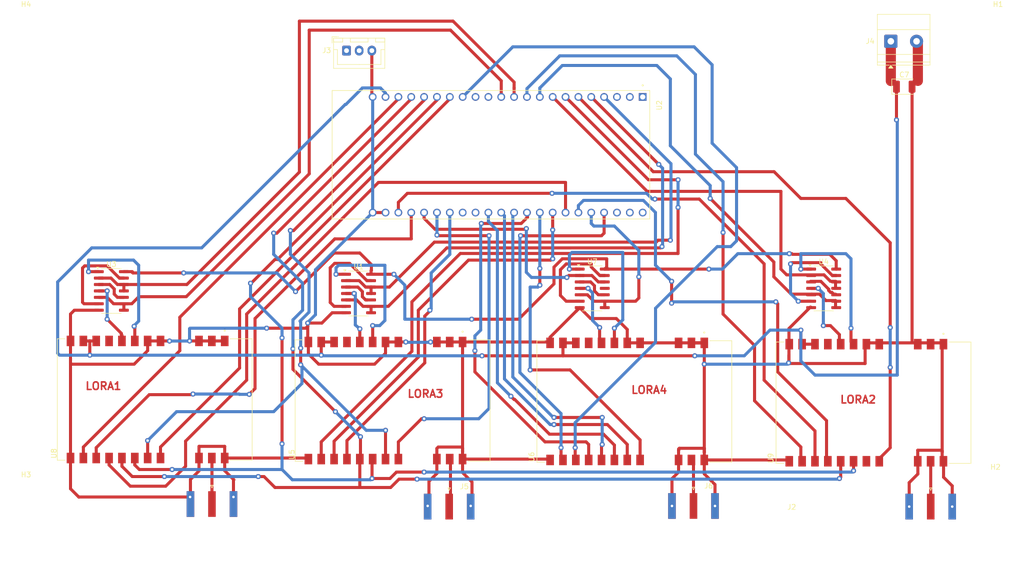
<source format=kicad_pcb>
(kicad_pcb (version 20241229) (generator "pcbnew") (generator_version "9.0")
  (layers (0 "F.Cu" signal) (2 "B.Cu" signal) (13 "F.Paste" user) (15 "B.Paste" user) (5 "F.SilkS" user "F.Silkscreen") (7 "B.SilkS" user "B.Silkscreen") (1 "F.Mask" user) (3 "B.Mask" user) (25 "Edge.Cuts" user))
  (net 0 "")
  (net 1 "+3.3V")
  (net 2 "GND")
  (net 3 "+5V")
  (net 4 "Net-(J1-In)")
  (net 5 "Net-(J2-In)")
  (net 6 "/RXD")
  (net 7 "/TXD")
  (net 8 "/BUSY2")
  (net 9 "/BUSY1")
  (net 10 "Net-(J5-In)")
  (net 11 "/RST2")
  (net 12 "Net-(J6-In)")
  (net 13 "/RST1")
  (net 14 "/TXEN1")
  (net 15 "/MISO4")
  (net 16 "/RXEN2")
  (net 17 "/RXEN1")
  (net 18 "/CS2")
  (net 19 "/CS1")
  (net 20 "/BUSY3")
  (net 21 "Net-(U3-Pad10)")
  (net 22 "Net-(U5-RXEN)")
  (net 23 "Net-(U5-TXEN)")
  (net 24 "Net-(U3-Pad13)")
  (net 25 "Net-(U4-Pad13)")
  (net 26 "Net-(U4-Pad10)")
  (net 28 "/BUSY4")
  (net 29 "Net-(U1-Pad10)")
  (net 30 "/TXEN3")
  (net 31 "Net-(U8-TXEN)")
  (net 32 "Net-(U8-RXEN)")
  (net 33 "Net-(U1-Pad13)")
  (net 35 "Net-(U6-RXEN)")
  (net 36 "/RXEN3")
  (net 37 "Net-(U6-TXEN)")
  (net 38 "/DIO2")
  (net 39 "/RST3")
  (net 40 "/MOSI123")
  (net 41 "/TXEN4")
  (net 42 "/DIO1")
  (net 43 "/MISO123")
  (net 44 "/DIO3")
  (net 45 "/CLK4")
  (net 46 "/MOSI4")
  (net 47 "/RXEN4")
  (net 48 "/DIO4")
  (net 49 "/CS4")
  (net 50 "/CS3")
  (net 51 "/RST4")
  (net 52 "/CLK123")
  (net 53 "Net-(U7-Pad13)")
  (net 54 "Net-(U7-Pad10)")
  (net 55 "Net-(U9-RXEN)")
  (net 56 "Net-(U9-TXEN)")
  (net 57 "/TXEN2")
  (footprint "Connector_Coaxial:SMA_Amphenol_132289_EdgeMount" (layer "F.Cu") (at 203.708 125.0665 -90)
    (property "Reference" "J2")
    (property "Value" "Conn_Coaxial" (hide yes))
  )
  (footprint "MountingHole:MountingHole_3.2mm_M3_DIN965" (layer "F.Cu") (at 216.5 121)
    (property "Reference" "H2")
    (property "Value" "MountingHole")
  )
  (footprint "Connector_Coaxial:SMA_Amphenol_132289_EdgeMount" (layer "F.Cu") (at 156.845 124.9395 -90)
    (property "Reference" "J6")
    (property "Value" "Conn_Coaxial")
  )
  (footprint "Connector_Coaxial:SMA_Amphenol_132289_EdgeMount" (layer "F.Cu") (at 61.722 124.5585 -90)
    (property "Reference" "J1" (hide yes))
    (property "Value" "Conn_Coaxial" (hide yes))
  )
  (footprint "Package_SO:SO-14_3.9x8.65mm_P1.27mm" (layer "F.Cu") (at 136.844 81.915)
    (property "Reference" "U7")
    (property "Value" "74HCT02" (hide yes))
  )
  (footprint "MountingHole:MountingHole_3.2mm_M3_DIN965" (layer "F.Cu") (at 25 122.5)
    (property "Reference" "H3")
    (property "Value" "MountingHole")
  )
  (footprint "Package_SO:SO-14_3.9x8.65mm_P1.27mm" (layer "F.Cu") (at 182.564 81.915)
    (property "Reference" "U4")
    (property "Value" "74HCT02")
  )
  (footprint "Connector_Coaxial:SMA_Amphenol_132289_EdgeMount" (layer "F.Cu") (at 108.585 125.0665 -90)
    (property "Reference" "J5")
    (property "Value" "Conn_Coaxial" (hide yes))
  )
  (footprint "IBDZ:XCVR_E22-900M30S" (layer "F.Cu") (at 97.409 104.0945 90)
    (property "Reference" "U5")
    (property "Value" "E22-900M30S")
  )
  (footprint "MountingHole:MountingHole_3.2mm_M3_DIN965" (layer "F.Cu") (at 217 29.5)
    (property "Reference" "H1")
    (property "Value" "MountingHole")
  )
  (footprint "TerminalBlock_Phoenix:TerminalBlock_Phoenix_MKDS-1,5-2-5.08_1x02_P5.08mm_Horizontal" (layer "F.Cu") (at 195.829 33.0655)
    (property "Reference" "J4")
    (property "Value" "Conn_01x02" (hide yes))
  )
  (footprint "IBDZ:XCVR_E22-900M30S" (layer "F.Cu") (at 145.161 104.267 90)
    (property "Reference" "U6")
    (property "Value" "E22-433M30S")
  )
  (footprint "MountingHole:MountingHole_3.2mm_M3_DIN965" (layer "F.Cu") (at 25 29.5)
    (property "Reference" "H4")
    (property "Value" "MountingHole")
  )
  (footprint "esp32library:ESP32-S3-DEVKITC-1-N8R8" (layer "F.Cu") (at 116.84 55.499 -90)
    (property "Reference" "U2")
    (property "Value" "ESP32-S3-DEVKITC-1-N8R8")
  )
  (footprint "Capacitor_Tantalum_SMD:CP_EIA-3528-21_Kemet-B" (layer "F.Cu") (at 198.485 42.037)
    (property "Reference" "C7")
    (property "Value" "47uF")
  )
  (footprint "Connector_JST:JST_XH_B3B-XH-A_1x03_P2.50mm_Vertical" (layer "F.Cu") (at 88.305 34.908)
    (property "Reference" "J3")
    (property "Value" "Conn_01x03")
  )
  (footprint "Package_SO:SO-14_3.9x8.65mm_P1.27mm" (layer "F.Cu") (at 90.678 82.931)
    (property "Reference" "U1")
    (property "Value" "74HCT02" (hide yes))
  )
  (footprint "Package_SO:SO-14_3.9x8.65mm_P1.27mm" (layer "F.Cu") (at 41.848 82.423)
    (property "Reference" "U3")
    (property "Value" "74HCT02" (hide yes))
  )
  (footprint "IBDZ:XCVR_E22-900M30S" (layer "F.Cu") (at 192.405 104.521 90)
    (property "Reference" "U9")
    (property "Value" "E22-433M30S")
  )
  (footprint "IBDZ:XCVR_E22-900M30S" (layer "F.Cu") (at 50.419 103.886 90)
    (property "Reference" "U8")
    (property "Value" "E22-900M30S")
  )
  (gr_line (start 90.043 82.804) (end 90.043 89.154) (stroke (width 0.6)) (layer "B.Cu") (net 23))
  (gr_line (start 90.043 89.154) (end 90.932 89.916) (stroke (width 0.6)) (layer "B.Cu") (net 23))
  (gr_text "LORA1" (at 36.576 102.108 0) (layer "F.Cu") (effects (font (size 1.5 1.5) (thickness 0.3) (bold yes)) (justify left bottom)))
  (gr_text "LORA3" (at 100.203 103.632 0) (layer "F.Cu") (effects (font (size 1.5 1.5) (thickness 0.3) (bold yes)) (justify left bottom)))
  (gr_text "LORA2" (at 185.674 104.775 0) (layer "F.Cu") (effects (font (size 1.5 1.5) (thickness 0.3) (bold yes)) (justify left bottom)))
  (gr_text "LORA4" (at 144.399 102.87 0) (layer "F.Cu") (effects (font (size 1.5 1.5) (thickness 0.3) (bold yes)) (justify left bottom)))
  (segment (start 139.7 76.073) (end 139.7 77.724) (width 0.6) (layer "F.Cu") (net 1))
  (segment (start 90.932 74.93) (end 93.218 77.216) (width 0.6) (layer "F.Cu") (net 1))
  (segment (start 176.403 75.184) (end 183.769 75.184) (width 0.6) (layer "F.Cu") (net 1))
  (segment (start 139.319 78.105) (end 159.893 78.105) (width 0.6) (layer "F.Cu") (net 1))
  (segment (start 45.974 78.613) (end 44.323 78.613) (width 0.6) (layer "F.Cu") (net 1))
  (segment (start 56.134 78.867) (end 46.101 78.867) (width 0.6) (layer "F.Cu") (net 1))
  (segment (start 93.218 77.216) (end 93.218 78.359) (width 0.6) (layer "F.Cu") (net 1))
  (segment (start 85.852 74.93) (end 90.932 74.93) (width 0.6) (layer "F.Cu") (net 1))
  (segment (start 46.101 78.867) (end 45.974 78.74) (width 0.6) (layer "F.Cu") (net 1))
  (segment (start 130.929332 76.073) (end 139.7 76.073) (width 0.6) (layer "F.Cu") (net 1))
  (segment (start 93.153 79.121) (end 97.663 79.121) (width 0.6) (layer "F.Cu") (net 1))
  (segment (start 175.768 75.057) (end 176.276 75.057) (width 0.6) (layer "F.Cu") (net 1))
  (segment (start 78.232 82.55) (end 85.852 74.93) (width 0.6) (layer "F.Cu") (net 1))
  (segment (start 185.039 76.454) (end 185.039 78.105) (width 0.6) (layer "F.Cu") (net 1))
  (segment (start 93.218 78.359) (end 93.153 78.424) (width 0.6) (layer "F.Cu") (net 1))
  (segment (start 129.286 81.026) (end 129.286 77.716332) (width 0.6) (layer "F.Cu") (net 1))
  (segment (start 176.276 75.057) (end 176.403 75.184) (width 0.6) (layer "F.Cu") (net 1))
  (segment (start 45.974 78.74) (end 45.974 78.613) (width 0.6) (layer "F.Cu") (net 1))
  (segment (start 129.286 77.716332) (end 130.929332 76.073) (width 0.6) (layer "F.Cu") (net 1))
  (segment (start 122.301 88.011) (end 129.286 81.026) (width 0.6) (layer "F.Cu") (net 1))
  (segment (start 183.769 75.184) (end 185.039 76.454) (width 0.6) (layer "F.Cu") (net 1))
  (segment (start 113.03 88.011) (end 122.301 88.011) (width 0.6) (layer "F.Cu") (net 1))
  (segment (start 93.153 78.424) (end 93.153 79.121) (width 0.6) (layer "F.Cu") (net 1))
  (segment (start 139.7 77.724) (end 139.319 78.105) (width 0.6) (layer "F.Cu") (net 1))
  (via (at 56.134 78.867) (size 1) (drill 0.5) (layers "F.Cu" "B.Cu") (net 1))
  (via (at 175.768 75.057) (size 1) (drill 0.5) (layers "F.Cu" "B.Cu") (net 1))
  (via (at 113.03 88.011) (size 1) (drill 0.5) (layers "F.Cu" "B.Cu") (net 1))
  (via (at 97.663 79.121) (size 1) (drill 0.5) (layers "F.Cu" "B.Cu") (net 1))
  (via (at 159.893 78.105) (size 1) (drill 0.5) (layers "F.Cu" "B.Cu") (net 1))
  (via (at 78.232 82.55) (size 1) (drill 0.5) (layers "F.Cu" "B.Cu") (net 1))
  (segment (start 162.56 78.105) (end 165.608 75.057) (width 0.6) (layer "B.Cu") (net 1))
  (segment (start 99.822 81.28) (end 97.663 79.121) (width 0.6) (layer "B.Cu") (net 1))
  (segment (start 113.03 88.011) (end 99.822 88.011) (width 0.6) (layer "B.Cu") (net 1))
  (segment (start 78.232 82.55) (end 74.549 78.867) (width 0.6) (layer "B.Cu") (net 1))
  (segment (start 74.549 78.867) (end 56.134 78.867) (width 0.6) (layer "B.Cu") (net 1))
  (segment (start 99.822 88.011) (end 99.822 81.28) (width 0.6) (layer "B.Cu") (net 1))
  (segment (start 165.608 75.057) (end 175.768 75.057) (width 0.6) (layer "B.Cu") (net 1))
  (segment (start 159.893 78.105) (end 162.56 78.105) (width 0.6) (layer "B.Cu") (net 1))
  (segment (start 175.7045 96.774) (end 175.7045 95.0595) (width 0.6) (layer "F.Cu") (net 2))
  (segment (start 206.248 119.253) (end 206.248 116.119) (width 0.6) (layer "F.Cu") (net 2))
  (segment (start 82.804 96.901) (end 93.853 96.901) (width 0.6) (layer "F.Cu") (net 2))
  (segment (start 59.159 113.18) (end 59.182 113.157) (width 0.6) (layer "F.Cu") (net 2))
  (segment (start 80.645 88.773) (end 80.645 89.408) (width 0.6) (layer "F.Cu") (net 2))
  (segment (start 175.7045 96.139) (end 175.7045 89.8555) (width 0.6) (layer "F.Cu") (net 2))
  (segment (start 152.595 119.543) (end 153.901 118.237) (width 0.6) (layer "F.Cu") (net 2))
  (segment (start 205.971 114.3) (end 205.971 92.692) (width 0.6) (layer "F.Cu") (net 2))
  (segment (start 128.3485 115.6695) (end 128.521 115.842) (width 0.6) (layer "F.Cu") (net 2))
  (segment (start 57.472 119.693) (end 57.472 123.1615) (width 0.6) (layer "F.Cu") (net 2))
  (segment (start 59.182 113.157) (end 64.239 113.157) (width 0.6) (layer "F.Cu") (net 2))
  (segment (start 161.095 124.9395) (end 161.095 120.709) (width 0.6) (layer "F.Cu") (net 2))
  (segment (start 59.159 115.461) (end 59.159 118.006) (width 0.6) (layer "F.Cu") (net 2))
  (segment (start 46.355 96.901) (end 49.019 94.237) (width 0.6) (layer "F.Cu") (net 2))
  (segment (start 93.305 34.908) (end 93.305 43.904) (width 0.6) (layer "F.Cu") (net 2))
  (segment (start 33.779 115.461) (end 33.779 121.536) (width 0.6) (layer "F.Cu") (net 2))
  (segment (start 153.901 115.842) (end 153.901 118.237) (width 0.6) (layer "F.Cu") (net 2))
  (segment (start 201.168 40.894) (end 201.168 33.3245) (width 2) (layer "F.Cu") (net 2))
  (segment (start 33.779 95.758) (end 33.779 96.774) (width 0.6) (layer "F.Cu") (net 2))
  (segment (start 136.528 87.884) (end 141.605 87.884) (width 0.6) (layer "F.Cu") (net 2))
  (segment (start 33.906 96.901) (end 46.355 96.901) (width 0.6) (layer "F.Cu") (net 2))
  (segment (start 111.229 92.5195) (end 128.3485 92.5195) (width 0.6) (layer "F.Cu") (net 2))
  (segment (start 51.559 92.311) (end 49.019 92.311) (width 0.6) (layer "F.Cu") (net 2))
  (segment (start 201.145 116.096) (end 201.145 113.919) (width 0.6) (layer "F.Cu") (net 2))
  (segment (start 33.779 121.536) (end 35.433 123.19) (width 0.6) (layer "F.Cu") (net 2))
  (segment (start 80.769 94.866) (end 82.804 96.901) (width 0.6) (layer "F.Cu") (net 2))
  (segment (start 64.239 115.461) (end 64.239 117.96) (width 0.6) (layer "F.Cu") (net 2))
  (segment (start 80.645 92.3955) (end 80.769 92.5195) (width 0.6) (layer "F.Cu") (net 2))
  (segment (start 158.981 118.595) (end 158.981 115.842) (width 0.6) (layer "F.Cu") (net 2))
  (segment (start 57.404 123.1615) (end 57.472 123.1615) (width 0.6) (layer "F.Cu") (net 2))
  (segment (start 80.645 88.773) (end 83.439 88.773) (width 0.6) (layer "F.Cu") (net 2))
  (segment (start 141.605 87.884) (end 143.761 90.04) (width 0.6) (layer "F.Cu") (net 2))
  (segment (start 111.229 118.133) (end 111.229 115.6695) (width 0.6) (layer "F.Cu") (net 2))
  (segment (start 153.901 92.692) (end 158.981 92.692) (width 0.6) (layer "F.Cu") (net 2))
  (segment (start 113.089 120.201) (end 111.125 118.237) (width 0.6) (layer "F.Cu") (net 2))
  (segment (start 153.924 113.919) (end 153.924 113.665) (width 0.6) (layer "F.Cu") (net 2))
  (segment (start 156.441 92.692) (end 158.981 92.692) (width 0.6) (layer "F.Cu") (net 2))
  (segment (start 207.958 125.0665) (end 207.958 120.963) (width 0.6) (layer "F.Cu") (net 2))
  (segment (start 53.322 92.311) (end 53.34 92.329) (width 0.6) (layer "F.Cu") (net 2))
  (segment (start 106.430861 113.284) (end 110.998 113.284) (width 0.6) (layer "F.Cu") (net 2))
  (segment (start 104.589 124.676) (end 104.589 120.074) (width 0.6) (layer "F.Cu") (net 2))
  (segment (start 111.229 92.5195) (end 111.229 114.3) (width 0.6) (layer "F.Cu") (net 2))
  (segment (start 146.301 92.692) (end 153.901 92.692) (width 0.6) (layer "F.Cu") (net 2))
  (segment (start 153.901 115.842) (end 153.901 113.942) (width 0.6) (layer "F.Cu") (net 2))
  (segment (start 205.867 113.919) (end 205.971 114.023) (width 0.6) (layer "F.Cu") (net 2))
  (segment (start 133.669 86.425) (end 134.369 85.725) (width 0.6) (layer "F.Cu") (net 2))
  (segment (start 158.981 92.692) (end 158.981 96.901) (width 0.6) (layer "F.Cu") (net 2))
  (segment (start 80.645 89.408) (end 80.645 92.3955) (width 0.6) (layer "F.Cu") (net 2))
  (segment (start 64.239 117.96) (end 66.04 119.761) (width 0.6) (layer "F.Cu") (net 2))
  (segment (start 153.924 113.665) (end 154.051 113.538) (width 0.6) (layer "F.Cu") (net 2))
  (segment (start 205.971 114.023) (end 205.971 114.3) (width 0.6) (layer "F.Cu") (net 2))
  (segment (start 83.439 88.773) (end 85.471 86.741) (width 0.6) (layer "F.Cu") (net 2))
  (segment (start 64.239 113.157) (end 64.239 115.461) (width 0.6) (layer "F.Cu") (net 2))
  (segment (start 201.145 113.919) (end 205.867 113.919) (width 0.6) (layer "F.Cu") (net 2))
  (segment (start 106.149 113.565861) (end 106.430861 113.284) (width 0.6) (layer "F.Cu") (net 2))
  (segment (start 128.521 91.573) (end 133.669 86.425) (width 0.6) (layer "F.Cu") (net 2))
  (segment (start 200.025 42.037) (end 200.025 92.565) (width 0.6) (layer "F.Cu") (net 2))
  (segment (start 201.168 33.3245) (end 200.909 33.0655) (width 0.6) (layer "F.Cu") (net 2))
  (segment (start 133.669 86.425) (end 134.177 85.917) (width 0.6) (layer "F.Cu") (net 2))
  (segment (start 66.04 119.761) (end 65.972 119.829) (width 0.6) (layer "F.Cu") (net 2))
  (segment (start 33.779 92.311) (end 33.779 95.758) (width 0.6) (layer "F.Cu") (net 2))
  (segment (start 80.264 89.789) (end 80.645 89.408) (width 0.6) (layer "F.Cu") (net 2))
  (segment (start 65.972 119.829) (end 65.972 123.1615) (width 0.6) (layer "F.Cu") (net 2))
  (segment (start 49.019 94.237) (end 49.019 92.311) (width 0.6) (layer "F.Cu") (net 2))
  (segment (start 64.239 115.461) (end 80.5605 115.461) (width 0.6) (layer "F.Cu") (net 2))
  (segment (start 205.971 115.842) (end 205.971 114.3) (width 0.6) (layer "F.Cu") (net 2))
  (segment (start 200.025 42.037) (end 201.168 40.894) (width 0.6) (layer "F.Cu") (net 2))
  (segment (start 35.4615 123.1615) (end 57.404 123.1615) (width 0.6) (layer "F.Cu") (net 2))
  (segment (start 175.7045 95.0595) (end 175.7045 96.5835) (width 0.6) (layer "F.Cu") (net 2))
  (segment (start 161.095 120.709) (end 158.981 118.595) (width 0.6) (layer "F.Cu") (net 2))
  (segment (start 51.559 92.311) (end 53.322 92.311) (width 0.6) (layer "F.Cu") (net 2))
  (segment (start 106.172 118.491) (end 106.149 118.468) (width 0.6) (layer "F.Cu") (net 2))
  (segment (start 110.998 113.284) (end 111.229 113.515) (width 0.6) (layer "F.Cu") (net 2))
  (segment (start 104.335 124.93) (end 104.589 124.676) (width 0.6) (layer "F.Cu") (net 2))
  (segment (start 152.595 124.9395) (end 152.595 119.543) (width 0.6) (layer "F.Cu") (net 2))
  (segment (start 64.239 92.311) (end 57.295 92.311) (width 0.6) (layer "F.Cu") (net 2))
  (segment (start 111.229 113.515) (end 111.229 114.3) (width 0.6) (layer "F.Cu") (net 2))
  (segment (start 80.769 92.5195) (end 80.769 94.866) (width 0.6) (layer "F.Cu") (net 2))
  (segment (start 104.589 120.074) (end 106.172 118.491) (width 0.6) (layer "F.Cu") (net 2))
  (segment (start 111.125 118.237) (end 111.229 118.133) (width 0.6) (layer "F.Cu") (net 2))
  (segment (start 190.751 96.774) (end 175.7045 96.774) (width 0.6) (layer "F.Cu") (net 2))
  (segment (start 93.853 96.901) (end 96.009 94.745) (width 0.6) (layer "F.Cu") (net 2))
  (segment (start 72.517 89.789) (end 80.264 89.789) (width 0.6) (layer "F.Cu") (net 2))
  (segment (start 207.958 120.963) (end 206.248 119.253) (width 0.6) (layer "F.Cu") (net 2))
  (segment (start 100.0125 92.5195) (end 98.549 92.5195) (width 0.6) (layer "F.Cu") (net 2))
  (segment (start 158.981 114.3) (end 158.981 115.842) (width 0.6) (layer "F.Cu") (net 2))
  (segment (start 34.544 86.233) (end 39.373 86.233) (width 0.6) (layer "F.Cu") (net 2))
  (segment (start 96.009 92.5195) (end 98.549 92.5195) (width 0.6) (layer "F.Cu") (net 2))
  (segment (start 93.47 66.929) (end 96.01 66.929) (width 0.6) (layer "F.Cu") (net 2))
  (segment (start 158.981 115.842) (end 175.511 115.842) (width 0.6) (layer "F.Cu") (net 2))
  (segment (start 158.981 113.538) (end 158.981 114.3) (width 0.6) (layer "F.Cu") (net 2))
  (segment (start 80.5605 115.461) (end 80.769 115.6695) (width 0.6) (layer "F.Cu") (net 2))
  (segment (start 33.779 86.998) (end 34.544 86.233) (width 0.6) (layer "F.Cu") (net 2))
  (segment (start 153.901 113.942) (end 153.924 113.919) (width 0.6) (layer "F.Cu") (net 2))
  (segment (start 143.761 90.04) (end 143.761 92.692) (width 0.6) (layer "F.Cu") (net 2))
  (segment (start 106.149 115.6695) (end 106.149 113.565861) (width 0.6) (layer "F.Cu") (net 2))
  (segment (start 128.521 92.692) (end 128.521 91.573) (width 0.6) (layer "F.Cu") (net 2))
  (segment (start 113.089 124.676) (end 113.089 120.201) (width 0.6) (layer "F.Cu") (net 2))
  (segment (start 104.902 92.5195) (end 111.229 92.5195) (width 0.6) (layer "F.Cu") (net 2))
  (segment (start 112.835 124.93) (end 113.089 124.676) (width 0.6) (layer "F.Cu") (net 2))
  (segment (start 199.458 120.328) (end 201.168 118.618) (width 0.6) (layer "F.Cu") (net 2))
  (segment (start 59.159 118.006) (end 57.472 119.693) (width 0.6) (layer "F.Cu") (net 2))
  (segment (start 33.779 92.311) (end 33.779 86.998) (width 0.6) (layer "F.Cu") (net 2))
  (segment (start 175.7045 89.8555) (end 179.962 85.598) (width 0.6) (layer "F.Cu") (net 2))
  (segment (start 205.971 92.692) (end 190.751 92.692) (width 0.6) (layer "F.Cu") (net 2))
  (segment (start 201.168 118.618) (end 201.168 116.119) (width 0.6) (layer "F.Cu") (net 2))
  (segment (start 85.471 86.741) (end 88.203 86.741) (width 0.6) (layer "F.Cu") (net 2))
  (segment (start 106.149 118.468) (end 106.149 115.6695) (width 0.6) (layer "F.Cu") (net 2))
  (segment (start 33.779 96.774) (end 33.906 96.901) (width 0.6) (layer "F.Cu") (net 2))
  (segment (start 158.981 96.901) (end 158.981 114.3) (width 0.6) (layer "F.Cu") (net 2))
  (segment (start 96.009 94.745) (end 96.009 92.5195) (width 0.6) (layer "F.Cu") (net 2))
  (segment (start 175.7045 96.5835) (end 175.641 96.647) (width 0.6) (layer "F.Cu") (net 2))
  (segment (start 111.229 114.3) (end 111.229 115.6695) (width 0.6) (layer "F.Cu") (net 2))
  (segment (start 134.177 85.917) (end 134.561 85.917) (width 0.6) (layer "F.Cu") (net 2))
  (segment (start 143.761 92.692) (end 146.301 92.692) (width 0.6) (layer "F.Cu") (net 2))
  (segment (start 35.433 123.19) (end 35.4615 123.1615) (width 0.6) (layer "F.Cu") (net 2))
  (segment (start 111.229 115.6695) (end 128.3485 115.6695) (width 0.6) (layer "F.Cu") (net 2))
  (segment (start 134.561 85.917) (end 136.528 87.884) (width 0.6) (layer "F.Cu") (net 2))
  (segment (start 206.248 116.119) (end 205.971 115.842) (width 0.6) (layer "F.Cu") (net 2))
  (segment (start 199.458 125.0665) (end 199.458 120.328) (width 0.6) (layer "F.Cu") (net 2))
  (segment (start 154.051 113.538) (end 158.981 113.538) (width 0.6) (layer "F.Cu") (net 2))
  (segment (start 128.3485 92.5195) (end 128.521 92.692) (width 0.6) (layer "F.Cu") (net 2))
  (segment (start 190.751 92.692) (end 190.751 96.774) (width 0.6) (layer "F.Cu") (net 2))
  (segment (start 93.305 43.904) (end 93.47 44.069) (width 0.6) (layer "F.Cu") (net 2))
  (segment (start 59.159 115.461) (end 59.159 113.18) (width 0.6) (layer "F.Cu") (net 2))
  (segment (start 33.779 95.758) (end 33.779 115.461) (width 0.6) (layer "F.Cu") (net 2))
  (via (at 161.095 124.9395) (size 1) (drill 0.5) (layers "F.Cu" "B.Cu") (net 2))
  (via (at 100.0125 92.5195) (size 1) (drill 0.5) (layers "F.Cu" "B.Cu") (net 2))
  (via (at 112.835 124.93) (size 1) (drill 0.5) (layers "F.Cu" "B.Cu") (net 2))
  (via (at 65.972 123.1615) (size 1) (drill 0.5) (layers "F.Cu" "B.Cu") (net 2))
  (via (at 175.641 96.647) (size 1) (drill 0.5) (layers "F.Cu" "B.Cu") (net 2))
  (via (at 57.404 123.1615) (size 1) (drill 0.5) (layers "F.Cu" "B.Cu") (net 2))
  (via (at 207.958 125.0665) (size 1) (drill 0.5) (layers "F.Cu" "B.Cu") (net 2))
  (via (at 104.335 124.93) (size 1) (drill 0.5) (layers "F.Cu" "B.Cu") (net 2))
  (via (at 72.517 89.789) (size 1) (drill 0.5) (layers "F.Cu" "B.Cu") (net 2))
  (via (at 57.295 92.311) (size 1) (drill 0.5) (layers "F.Cu" "B.Cu") (net 2))
  (via (at 53.34 92.329) (size 1) (drill 0.5) (layers "F.Cu" "B.Cu") (net 2))
  (via (at 152.595 124.9395) (size 1) (drill 0.5) (layers "F.Cu" "B.Cu") (net 2))
  (via (at 104.902 92.5195) (size 1) (drill 0.5) (layers "F.Cu" "B.Cu") (net 2))
  (via (at 158.981 96.901) (size 1) (drill 0.5) (layers "F.Cu" "B.Cu") (net 2))
  (via (at 199.458 125.0665) (size 1) (drill 0.5) (layers "F.Cu" "B.Cu") (net 2))
  (via (at 80.645 88.773) (size 1) (drill 0.5) (layers "F.Cu" "B.Cu") (net 2))
  (segment (start 80.899 88.519) (end 80.645 88.773) (width 0.6) (layer "B.Cu") (net 2))
  (segment (start 53.34 92.329) (end 57.277 92.329) (width 0.6) (layer "B.Cu") (net 2))
  (segment (start 93.47 44.069) (end 93.47 66.929) (width 0.6) (layer "B.Cu") (net 2))
  (segment (start 158.981 96.901) (end 175.387 96.901) (width 0.6) (layer "B.Cu") (net 2))
  (segment (start 175.387 96.901) (end 175.641 96.647) (width 0.6) (layer "B.Cu") (net 2))
  (segment (start 80.899 88.392) (end 80.899 88.519) (width 0.6) (layer "B.Cu") (net 2))
  (segment (start 100.076 92.583) (end 100.0125 92.5195) (width 0.6) (layer "B.Cu") (net 2))
  (segment (start 72.517 89.789) (end 57.404 89.789) (width 0.6) (layer "B.Cu") (net 2))
  (segment (start 57.277 92.329) (end 57.295 92.311) (width 0.6) (layer "B.Cu") (net 2))
  (segment (start 82.169 87.122) (end 80.899 88.392) (width 0.6) (layer "B.Cu") (net 2))
  (segment (start 82.169 78.23) (end 82.169 87.122) (width 0.6) (layer "B.Cu") (net 2))
  (segment (start 104.8385 92.583) (end 100.076 92.583) (width 0.6) (layer "B.Cu") (net 2))
  (segment (start 82.169 78.23) (end 93.47 66.929) (width 0.6) (layer "B.Cu") (net 2))
  (segment (start 104.902 92.5195) (end 104.8385 92.583) (width 0.6) (layer "B.Cu") (net 2))
  (segment (start 57.295 89.898) (end 57.295 92.311) (width 0.6) (layer "B.Cu") (net 2))
  (segment (start 57.404 89.789) (end 57.295 89.898) (width 0.6) (layer "B.Cu") (net 2))
  (segment (start 83.309 92.5195) (end 83.309 95.12) (width 0.6) (layer "F.Cu") (net 3))
  (segment (start 196.945 42.037) (end 195.829 40.921) (width 0.6) (layer "F.Cu") (net 3))
  (segment (start 178.054 90.17) (end 178.054 92.695) (width 0.6) (layer "F.Cu") (net 3))
  (segment (start 131.064 95.25) (end 157.099 95.25) (width 0.6) (layer "F.Cu") (net 3))
  (segment (start 37.592 92.311) (end 37.592 95.123) (width 0.6) (layer "F.Cu") (net 3))
  (segment (start 195.829 40.921) (end 195.829 33.0655) (width 2) (layer "F.Cu") (net 3))
  (segment (start 37.592 92.311) (end 38.859 92.311) (width 0.6) (layer "F.Cu") (net 3))
  (segment (start 178.305 92.946) (end 180.845 92.946) (width 0.6) (layer "F.Cu") (net 3))
  (segment (start 36.319 92.311) (end 37.592 92.311) (width 0.6) (layer "F.Cu") (net 3))
  (segment (start 83.309 95.12) (end 83.312 95.123) (width 0.6) (layer "F.Cu") (net 3))
  (segment (start 131.061 94.999) (end 131.061 92.692) (width 0.6) (layer "F.Cu") (net 3))
  (segment (start 133.601 92.692) (end 131.061 92.692) (width 0.6) (layer "F.Cu") (net 3))
  (segment (start 196.945 48.609) (end 196.945 42.037) (width 0.6) (layer "F.Cu") (net 3))
  (segment (start 115.062 95.25) (end 131.064 95.25) (width 0.6) (layer "F.Cu") (net 3))
  (segment (start 131.064 95.25) (end 131.064 95.002) (width 0.6) (layer "F.Cu") (net 3))
  (segment (start 83.309 92.5195) (end 85.849 92.5195) (width 0.6) (layer "F.Cu") (net 3))
  (segment (start 178.054 92.695) (end 178.305 92.946) (width 0.6) (layer "F.Cu") (net 3))
  (via (at 37.592 95.123) (size 1) (drill 0.5) (layers "F.Cu" "B.Cu") (net 3))
  (via (at 83.312 95.123) (size 1) (drill 0.5) (layers "F.Cu" "B.Cu") (net 3))
  (via (at 115.062 95.25) (size 1) (drill 0.5) (layers "F.Cu" "B.Cu") (net 3))
  (via (at 196.945 48.609) (size 1) (drill 0.5) (layers "F.Cu" "B.Cu") (net 3))
  (via (at 178.054 90.17) (size 1) (drill 0.5) (layers "F.Cu" "B.Cu") (net 3))
  (via (at 157.099 95.25) (size 1) (drill 0.5) (layers "F.Cu" "B.Cu") (net 3))
  (segment (start 197.104 99.06) (end 197.104 48.768) (width 0.6) (layer "B.Cu") (net 3))
  (segment (start 83.439 95.25) (end 83.312 95.123) (width 0.6) (layer "B.Cu") (net 3))
  (segment (start 94.996 42.291) (end 96.01 43.305) (width 0.6) (layer "B.Cu") (net 3))
  (segment (start 91.44 42.291) (end 94.996 42.291) (width 0.6) (layer "B.Cu") (net 3))
  (segment (start 59.69 73.914) (end 88.057 45.547) (width 0.6) (layer "B.Cu") (net 3))
  (segment (start 37.592 95.123) (end 31.623 95.123) (width 0.6) (layer "B.Cu") (net 3))
  (segment (start 37.592 95.123) (end 83.312 95.123) (width 0.6) (layer "B.Cu") (net 3))
  (segment (start 178.054 90.17) (end 178.054 96.266) (width 0.6) (layer "B.Cu") (net 3))
  (segment (start 88.057 45.547) (end 88.184 45.547) (width 0.6) (layer "B.Cu") (net 3))
  (segment (start 31.242 80.645) (end 37.973 73.914) (width 0.6) (layer "B.Cu") (net 3))
  (segment (start 157.099 95.25) (end 166.878 95.25) (width 0.6) (layer "B.Cu") (net 3))
  (segment (start 31.242 94.742) (end 31.242 80.645) (width 0.6) (layer "B.Cu") (net 3))
  (segment (start 178.054 96.266) (end 180.848 99.06) (width 0.6) (layer "B.Cu") (net 3))
  (segment (start 88.184 45.547) (end 91.44 42.291) (width 0.6) (layer "B.Cu") (net 3))
  (segment (start 115.062 95.25) (end 83.439 95.25) (width 0.6) (layer "B.Cu") (net 3))
  (segment (start 166.878 95.25) (end 171.958 90.17) (width 0.6) (layer "B.Cu") (net 3))
  (segment (start 31.623 95.123) (end 31.242 94.742) (width 0.6) (layer "B.Cu") (net 3))
  (segment (start 180.848 99.06) (end 197.104 99.06) (width 0.6) (layer "B.Cu") (net 3))
  (segment (start 37.973 73.914) (end 59.69 73.914) (width 0.6) (layer "B.Cu") (net 3))
  (segment (start 96.01 43.305) (end 96.01 44.069) (width 0.6) (layer "B.Cu") (net 3))
  (segment (start 197.104 48.768) (end 196.945 48.609) (width 0.6) (layer "B.Cu") (net 3))
  (segment (start 171.958 90.17) (end 178.054 90.17) (width 0.6) (layer "B.Cu") (net 3))
  (segment (start 61.722 115.484) (end 61.722 123.1615) (width 0.6) (layer "F.Cu") (net 4))
  (segment (start 61.699 115.461) (end 61.722 115.484) (width 0.6) (layer "F.Cu") (net 4))
  (segment (start 203.708 125.0665) (end 203.708 116.459) (width 0.6) (layer "F.Cu") (net 5))
  (segment (start 180.845 113.922) (end 180.845 116.096) (width 0.6) (layer "F.Cu") (net 8))
  (segment (start 180.848 110.109) (end 180.848 113.919) (width 0.6) (layer "F.Cu") (net 8))
  (segment (start 98.55 64.899) (end 100.33 63.119) (width 0.6) (layer "F.Cu") (net 8))
  (segment (start 149.225 64.262) (end 157.988 64.262) (width 0.6) (layer "F.Cu") (net 8))
  (segment (start 170.800268 100.061268) (end 180.848 110.109) (width 0.6) (layer "F.Cu") (net 8))
  (segment (start 170.800268 77.074268) (end 170.800268 100.061268) (width 0.6) (layer "F.Cu") (net 8))
  (segment (start 157.988 64.262) (end 170.800268 77.074268) (width 0.6) (layer "F.Cu") (net 8))
  (segment (start 100.33 63.119) (end 128.905 63.119) (width 0.6) (layer "F.Cu") (net 8))
  (segment (start 98.55 66.929) (end 98.55 64.899) (width 0.6) (layer "F.Cu") (net 8))
  (segment (start 180.848 113.919) (end 180.845 113.922) (width 0.6) (layer "F.Cu") (net 8))
  (via (at 149.225 64.262) (size 1) (drill 0.5) (layers "F.Cu" "B.Cu") (net 8))
  (via (at 128.905 63.119) (size 1) (drill 0.5) (layers "F.Cu" "B.Cu") (net 8))
  (segment (start 147.574 63.119) (end 128.905 63.119) (width 0.6) (layer "B.Cu") (net 8))
  (segment (start 149.225 64.262) (end 148.717 64.262) (width 0.6) (layer "B.Cu") (net 8))
  (segment (start 148.717 64.262) (end 147.574 63.119) (width 0.6) (layer "B.Cu") (net 8))
  (segment (start 70.231 101.727) (end 70.231 87.884) (width 0.6) (layer "F.Cu") (net 9))
  (segment (start 101.092 66.931) (end 101.09 66.929) (width 0.6) (layer "F.Cu") (net 9))
  (segment (start 38.859 113.414) (end 49.3395 102.9335) (width 0.6) (layer "F.Cu") (net 9))
  (segment (start 101.092 72.136) (end 101.092 66.931) (width 0.6) (layer "F.Cu") (net 9))
  (segment (start 70.231 87.884) (end 85.979 72.136) (width 0.6) (layer "F.Cu") (net 9))
  (segment (start 38.859 115.461) (end 38.859 113.414) (width 0.6) (layer "F.Cu") (net 9))
  (segment (start 69.088 102.87) (end 70.231 101.727) (width 0.6) (layer "F.Cu") (net 9))
  (segment (start 57.8485 102.9335) (end 57.9755 102.8065) (width 0.6) (layer "F.Cu") (net 9))
  (segment (start 85.979 72.136) (end 101.092 72.136) (width 0.6) (layer "F.Cu") (net 9))
  (segment (start 49.3395 102.9335) (end 57.8485 102.9335) (width 0.6) (layer "F.Cu") (net 9))
  (via (at 57.9755 102.8065) (size 1) (drill 0.5) (layers "F.Cu" "B.Cu") (net 9))
  (via (at 69.088 102.87) (size 1) (drill 0.5) (layers "F.Cu" "B.Cu") (net 9))
  (segment (start 67.164372 102.87) (end 67.100872 102.8065) (width 0.6) (layer "B.Cu") (net 9))
  (segment (start 67.100872 102.8065) (end 57.9755 102.8065) (width 0.6) (layer "B.Cu") (net 9))
  (segment (start 69.088 102.87) (end 67.164372 102.87) (width 0.6) (layer "B.Cu") (net 9))
  (segment (start 108.839 123.5425) (end 108.839 116.459) (width 0.6) (layer "F.Cu") (net 10))
  (segment (start 173.482 98.425) (end 173.482 84.963) (width 0.6) (layer "F.Cu") (net 11))
  (segment (start 152.527 80.518) (end 152.527 84.836) (width 0.6) (layer "F.Cu") (net 11))
  (segment (start 183.131 115.842) (end 183.131 108.074) (width 0.6) (layer "F.Cu") (net 11))
  (segment (start 173.482 84.963) (end 173.101 84.582) (width 0.6) (layer "F.Cu") (net 11))
  (segment (start 183.131 108.074) (end 173.482 98.425) (width 0.6) (layer "F.Cu") (net 11))
  (via (at 152.527 84.836) (size 1) (drill 0.5) (layers "F.Cu" "B.Cu") (net 11))
  (via (at 173.101 84.582) (size 1) (drill 0.5) (layers "F.Cu" "B.Cu") (net 11))
  (via (at 152.527 80.518) (size 1) (drill 0.5) (layers "F.Cu" "B.Cu") (net 11))
  (segment (start 134.11 65.534) (end 135.128 64.516) (width 0.6) (layer "B.Cu") (net 11))
  (segment (start 135.128 64.516) (end 146.939 64.516) (width 0.6) (layer "B.Cu") (net 11))
  (segment (start 173.101 84.582) (end 152.781 84.582) (width 0.6) (layer "B.Cu") (net 11))
  (segment (start 146.939 64.516) (end 149.332372 66.909372) (width 0.6) (layer "B.Cu") (net 11))
  (segment (start 134.11 66.929) (end 134.11 65.534) (width 0.6) (layer "B.Cu") (net 11))
  (segment (start 149.332372 77.323372) (end 152.527 80.518) (width 0.6) (layer "B.Cu") (net 11))
  (segment (start 152.781 84.582) (end 152.527 84.836) (width 0.6) (layer "B.Cu") (net 11))
  (segment (start 149.332372 66.909372) (end 149.332372 77.323372) (width 0.6) (layer "B.Cu") (net 11))
  (segment (start 156.845 124.9395) (end 156.845 116.246) (width 0.6) (layer "F.Cu") (net 12))
  (segment (start 156.845 116.246) (end 156.441 115.842) (width 0.6) (layer "F.Cu") (net 12))
  (segment (start 131.57 66.929) (end 131.57 60.96) (width 0.6) (layer "F.Cu") (net 13))
  (segment (start 45.593 121.031) (end 41.399 116.837) (width 0.6) (layer "F.Cu") (net 13))
  (segment (start 52.578 121.031) (end 45.593 121.031) (width 0.6) (layer "F.Cu") (net 13))
  (segment (start 94.615 60.96) (end 68.58 86.995) (width 0.6) (layer "F.Cu") (net 13))
  (segment (start 68.58 86.995) (end 68.58 100.057372) (width 0.6) (layer "F.Cu") (net 13))
  (segment (start 131.57 60.96) (end 94.615 60.96) (width 0.6) (layer "F.Cu") (net 13))
  (segment (start 56.515 117.094) (end 52.578 121.031) (width 0.6) (layer "F.Cu") (net 13))
  (segment (start 68.58 100.057372) (end 56.515 112.122372) (width 0.6) (layer "F.Cu") (net 13))
  (segment (start 41.399 116.837) (end 41.399 115.461) (width 0.6) (layer "F.Cu") (net 13))
  (segment (start 56.515 112.122372) (end 56.515 117.094) (width 0.6) (layer "F.Cu") (net 13))
  (segment (start 39.373 79.883) (end 41.783 79.883) (width 0.6) (layer "F.Cu") (net 14))
  (segment (start 44.323 81.153) (end 44.323 82.423) (width 0.6) (layer "F.Cu") (net 14))
  (segment (start 43.053 81.153) (end 44.323 81.153) (width 0.6) (layer "F.Cu") (net 14))
  (segment (start 56.769 81.153) (end 78.994 58.928) (width 0.6) (layer "F.Cu") (net 14))
  (segment (start 78.994 29.083) (end 109.347 29.083) (width 0.6) (layer "F.Cu") (net 14))
  (segment (start 41.783 79.883) (end 43.053 81.153) (width 0.6) (layer "F.Cu") (net 14))
  (segment (start 109.347 29.083) (end 121.412 41.148) (width 0.6) (layer "F.Cu") (net 14))
  (segment (start 78.994 58.928) (end 78.994 29.083) (width 0.6) (layer "F.Cu") (net 14))
  (segment (start 44.323 81.153) (end 56.769 81.153) (width 0.6) (layer "F.Cu") (net 14))
  (segment (start 121.412 41.148) (end 121.412 42.291) (width 0.6) (layer "F.Cu") (net 14))
  (segment (start 121.412 42.291) (end 121.41 42.293) (width 0.6) (layer "F.Cu") (net 14))
  (segment (start 121.41 42.293) (end 121.41 44.069) (width 0.6) (layer "F.Cu") (net 14))
  (segment (start 138.681 115.842) (end 138.681 112.906) (width 0.6) (layer "F.Cu") (net 15))
  (segment (start 138.681 112.906) (end 138.811 112.776) (width 0.6) (layer "F.Cu") (net 15))
  (segment (start 138.811 107.442) (end 129.286 107.442) (width 0.6) (layer "F.Cu") (net 15))
  (via (at 138.811 107.442) (size 1) (drill 0.5) (layers "F.Cu" "B.Cu") (net 15))
  (via (at 138.811 112.776) (size 1) (drill 0.5) (layers "F.Cu" "B.Cu") (net 15))
  (via (at 129.286 107.442) (size 1) (drill 0.5) (layers "F.Cu" "B.Cu") (net 15))
  (segment (start 121.41 66.929) (end 121.158 67.181) (width 0.6) (layer "B.Cu") (net 15))
  (segment (start 138.811 112.776) (end 138.811 107.442) (width 0.6) (layer "B.Cu") (net 15))
  (segment (start 129.032 107.315) (end 129.54 107.315) (width 0.6) (layer "B.Cu") (net 15))
  (segment (start 121.158 99.441) (end 129.032 107.315) (width 0.6) (layer "B.Cu") (net 15))
  (segment (start 121.158 67.181) (end 121.158 99.441) (width 0.6) (layer "B.Cu") (net 15))
  (segment (start 172.72 79.629) (end 172.72 76.708) (width 0.6) (layer "F.Cu") (net 16))
  (segment (start 172.72 79.629) (end 176.149 83.058) (width 0.6) (layer "F.Cu") (net 16))
  (segment (start 183.007 84.328) (end 184.912 84.328) (width 0.6) (layer "F.Cu") (net 16))
  (segment (start 180.213 83.058) (end 176.149 83.058) (width 0.6) (layer "F.Cu") (net 16))
  (segment (start 172.72 76.708) (end 160.147 64.135) (width 0.6) (layer "F.Cu") (net 16))
  (segment (start 181.737 83.058) (end 183.007 84.328) (width 0.6) (layer "F.Cu") (net 16))
  (segment (start 180.213 83.058) (end 181.737 83.058) (width 0.6) (layer "F.Cu") (net 16))
  (segment (start 184.912 84.328) (end 184.912 85.598) (width 0.6) (layer "F.Cu") (net 16))
  (via (at 160.147 64.135) (size 1) (drill 0.5) (layers "F.Cu" "B.Cu") (net 16))
  (segment (start 126.49 44.069) (end 126.49 42.293) (width 0.6) (layer "B.Cu") (net 16))
  (segment (start 152.273 53.721) (end 160.147 61.595) (width 0.6) (layer "B.Cu") (net 16))
  (segment (start 152.273 40.513) (end 152.273 53.721) (width 0.6) (layer "B.Cu") (net 16))
  (segment (start 130.937 37.846) (end 149.606 37.846) (width 0.6) (layer "B.Cu") (net 16))
  (segment (start 149.606 37.846) (end 152.273 40.513) (width 0.6) (layer "B.Cu") (net 16))
  (segment (start 160.147 61.595) (end 160.147 64.135) (width 0.6) (layer "B.Cu") (net 16))
  (segment (start 126.49 42.293) (end 130.937 37.846) (width 0.6) (layer "B.Cu") (net 16))
  (segment (start 42.291 84.963) (end 44.323 84.963) (width 0.6) (layer "F.Cu") (net 17))
  (segment (start 45.878 84.963) (end 47.275 83.566) (width 0.6) (layer "F.Cu") (net 17))
  (segment (start 41.021 83.693) (end 42.291 84.963) (width 0.6) (layer "F.Cu") (net 17))
  (segment (start 44.323 86.233) (end 44.323 84.963) (width 0.6) (layer "F.Cu") (net 17))
  (segment (start 44.323 84.963) (end 45.878 84.963) (width 0.6) (layer "F.Cu") (net 17))
  (segment (start 56.642 83.566) (end 80.938 59.27) (width 0.6) (layer "F.Cu") (net 17))
  (segment (start 108.849214 30.861) (end 118.87 40.881786) (width 0.6) (layer "F.Cu") (net 17))
  (segment (start 47.275 83.566) (end 56.642 83.566) (width 0.6) (layer "F.Cu") (net 17))
  (segment (start 80.938 59.27) (end 80.938 30.861) (width 0.6) (layer "F.Cu") (net 17))
  (segment (start 39.373 83.693) (end 41.021 83.693) (width 0.6) (layer "F.Cu") (net 17))
  (segment (start 118.87 40.881786) (end 118.87 44.069) (width 0.6) (layer "F.Cu") (net 17))
  (segment (start 80.938 30.861) (end 108.849214 30.861) (width 0.6) (layer "F.Cu") (net 17))
  (segment (start 148.8915 58.8505) (end 172.7695 58.8505) (width 0.6) (layer "F.Cu") (net 18))
  (segment (start 134.11 44.069) (end 148.8915 58.8505) (width 0.6) (layer "F.Cu") (net 18))
  (segment (start 195.707 72.898) (end 195.707 89.662) (width 0.6) (layer "F.Cu") (net 18))
  (segment (start 195.707 97.536) (end 195.707 113.426) (width 0.6) (layer "F.Cu") (net 18))
  (segment (start 178.054 64.135) (end 186.944 64.135) (width 0.6) (layer "F.Cu") (net 18))
  (segment (start 172.7695 58.8505) (end 178.054 64.135) (width 0.6) (layer "F.Cu") (net 18))
  (segment (start 195.707 113.426) (end 193.291 115.842) (width 0.6) (layer "F.Cu") (net 18))
  (segment (start 186.944 64.135) (end 195.707 72.898) (width 0.6) (layer "F.Cu") (net 18))
  (via (at 195.707 89.662) (size 1) (drill 0.5) (layers "F.Cu" "B.Cu") (net 18))
  (via (at 195.707 97.536) (size 1) (drill 0.5) (layers "F.Cu" "B.Cu") (net 18))
  (segment (start 195.707 89.662) (end 195.707 97.536) (width 0.6) (layer "B.Cu") (net 18))
  (segment (start 67.183 97.663) (end 67.183 85.979) (width 0.6) (layer "F.Cu") (net 19))
  (segment (start 51.559 113.287) (end 67.183 97.663) (width 0.6) (layer "F.Cu") (net 19))
  (segment (start 67.183 85.979) (end 108.71 44.452) (width 0.6) (layer "F.Cu") (net 19))
  (segment (start 51.559 115.461) (end 51.559 113.287) (width 0.6) (layer "F.Cu") (net 19))
  (segment (start 108.71 44.452) (end 108.71 44.069) (width 0.6) (layer "F.Cu") (net 19))
  (segment (start 102.489 86.233) (end 102.489 95.504) (width 0.6) (layer "F.Cu") (net 20))
  (segment (start 129.03 70.358) (end 129.03 66.929) (width 0.6) (layer "F.Cu") (net 20))
  (segment (start 128.905 76.073) (end 128.651 76.327) (width 0.6) (layer "F.Cu") (net 20))
  (segment (start 112.395 76.327) (end 102.489 86.233) (width 0.6) (layer "F.Cu") (net 20))
  (segment (start 85.849 112.144) (end 85.849 115.6695) (width 0.6) (layer "F.Cu") (net 20))
  (segment (start 129.032 76.073) (end 128.905 76.073) (width 0.6) (layer "F.Cu") (net 20))
  (segment (start 102.489 95.504) (end 85.849 112.144) (width 0.6) (layer "F.Cu") (net 20))
  (segment (start 128.651 76.327) (end 112.395 76.327) (width 0.6) (layer "F.Cu") (net 20))
  (via (at 129.032 76.073) (size 1) (drill 0.5) (layers "F.Cu" "B.Cu") (net 20))
  (via (at 129.03 70.358) (size 1) (drill 0.5) (layers "F.Cu" "B.Cu") (net 20))
  (segment (start 129.032 70.36) (end 129.03 70.358) (width 0.6) (layer "B.Cu") (net 20))
  (segment (start 129.032 76.073) (end 129.032 70.36) (width 0.6) (layer "B.Cu") (net 20))
  (segment (start 42.418 83.058) (end 43.053 83.693) (width 0.6) (layer "F.Cu") (net 21))
  (segment (start 39.373 81.153) (end 41.529 81.153) (width 0.6) (layer "F.Cu") (net 21))
  (segment (start 41.529 81.153) (end 42.418 82.042) (width 0.6) (layer "F.Cu") (net 21))
  (segment (start 43.053 83.693) (end 44.323 83.693) (width 0.6) (layer "F.Cu") (net 21))
  (segment (start 42.418 82.042) (end 42.418 83.058) (width 0.6) (layer "F.Cu") (net 21))
  (segment (start 93.472 89.281) (end 93.472 92.5165) (width 0.6) (layer "F.Cu") (net 22))
  (segment (start 88.203 79.121) (end 86.233 79.121) (width 0.6) (layer "F.Cu") (net 22))
  (segment (start 93.472 92.5165) (end 93.469 92.5195) (width 0.6) (layer "F.Cu") (net 22))
  (via (at 86.233 79.121) (size 1) (drill 0.5) (layers "F.Cu" "B.Cu") (net 22))
  (via (at 93.472 89.281) (size 1) (drill 0.5) (layers "F.Cu" "B.Cu") (net 22))
  (segment (start 95.885 88.265) (end 94.869 89.281) (width 0.6) (layer "B.Cu") (net 22))
  (segment (start 95.885 77.343) (end 95.885 88.265) (width 0.6) (layer "B.Cu") (net 22))
  (segment (start 86.233 77.851) (end 86.741 77.343) (width 0.6) (layer "B.Cu") (net 22))
  (segment (start 86.233 79.121) (end 86.233 77.851) (width 0.6) (layer "B.Cu") (net 22))
  (segment (start 94.869 89.281) (end 93.472 89.281) (width 0.6) (layer "B.Cu") (net 22))
  (segment (start 86.741 77.343) (end 95.885 77.343) (width 0.6) (layer "B.Cu") (net 22))
  (segment (start 90.932 90.164) (end 90.929 90.167) (width 0.6) (layer "F.Cu") (net 23))
  (segment (start 90.932 90.17) (end 90.932 89.916) (width 0.6) (layer "F.Cu") (net 23))
  (segment (start 90.929 90.167) (end 90.929 92.5195) (width 0.6) (layer "F.Cu") (net 23))
  (segment (start 89.789 82.931) (end 88.203 82.931) (width 0.6) (layer "F.Cu") (net 23))
  (segment (start 90.932 89.916) (end 90.932 90.164) (width 0.6) (layer "F.Cu") (net 23))
  (via (at 90.932 89.916) (size 1) (drill 0.5) (layers "F.Cu" "B.Cu") (net 23))
  (via (at 89.789 82.931) (size 1) (drill 0.5) (layers "F.Cu" "B.Cu") (net 23))
  (segment (start 90.805 90.043) (end 90.799 90.043) (width 0.6) (layer "B.Cu") (net 23))
  (segment (start 90.932 89.916) (end 90.805 90.043) (width 0.6) (layer "B.Cu") (net 23))
  (segment (start 36.576 77.47) (end 41.021 77.47) (width 0.6) (layer "F.Cu") (net 24))
  (segment (start 36.449 84.963) (end 36.156 84.67) (width 0.6) (layer "F.Cu") (net 24))
  (segment (start 36.156 77.89) (end 36.576 77.47) (width 0.6) (layer "F.Cu") (net 24))
  (segment (start 36.156 84.67) (end 36.156 77.89) (width 0.6) (layer "F.Cu") (net 24))
  (segment (start 43.434 79.883) (end 44.323 79.883) (width 0.6) (layer "F.Cu") (net 24))
  (segment (start 41.021 77.47) (end 43.434 79.883) (width 0.6) (layer "F.Cu") (net 24))
  (segment (start 39.373 84.963) (end 36.449 84.963) (width 0.6) (layer "F.Cu") (net 24))
  (segment (start 180.089 84.455) (end 177.546 84.455) (width 0.6) (layer "F.Cu") (net 25))
  (segment (start 184.277 79.375) (end 185.039 79.375) (width 0.6) (layer "F.Cu") (net 25))
  (segment (start 176.276 76.835) (end 181.991 76.835) (width 0.6) (layer "F.Cu") (net 25))
  (segment (start 181.991 76.835) (end 181.991 77.089) (width 0.6) (layer "F.Cu") (net 25))
  (segment (start 176.022 77.089) (end 176.276 76.835) (width 0.6) (layer "F.Cu") (net 25))
  (segment (start 181.991 77.089) (end 184.277 79.375) (width 0.6) (layer "F.Cu") (net 25))
  (via (at 176.022 77.089) (size 1) (drill 0.5) (layers "F.Cu" "B.Cu") (net 25))
  (via (at 177.546 84.455) (size 1) (drill 0.5) (layers "F.Cu" "B.Cu") (net 25))
  (segment (start 176.022 82.931) (end 177.546 84.455) (width 0.6) (layer "B.Cu") (net 25))
  (segment (start 176.022 77.089) (end 176.022 82.931) (width 0.6) (layer "B.Cu") (net 25))
  (segment (start 184.189 82.716) (end 184.531 83.058) (width 0.6) (layer "F.Cu") (net 26))
  (segment (start 183.563 82.09) (end 183.563 82.33881) (width 0.6) (layer "F.Cu") (net 26))
  (segment (start 183.94019 82.716) (end 184.189 82.716) (width 0.6) (layer "F.Cu") (net 26))
  (segment (start 184.531 83.058) (end 184.912 83.058) (width 0.6) (layer "F.Cu") (net 26))
  (segment (start 181.991 80.518) (end 183.563 82.09) (width 0.6) (layer "F.Cu") (net 26))
  (segment (start 183.563 82.33881) (end 183.94019 82.716) (width 0.6) (layer "F.Cu") (net 26))
  (segment (start 179.962 80.518) (end 181.991 80.518) (width 0.6) (layer "F.Cu") (net 26))
  (segment (start 133.477 115.718) (end 133.601 115.842) (width 0.6) (layer "F.Cu") (net 28))
  (segment (start 133.477 113.411) (end 133.477 115.718) (width 0.6) (layer "F.Cu") (net 28))
  (via (at 133.477 113.411) (size 1) (drill 0.5) (layers "F.Cu" "B.Cu") (net 28))
  (segment (start 156.972 34.163) (end 121.156 34.163) (width 0.6) (layer "B.Cu") (net 28))
  (segment (start 164.211 73.66) (end 165.354 72.517) (width 0.6) (layer "B.Cu") (net 28))
  (segment (start 160.528 37.719) (end 156.972 34.163) (width 0.6) (layer "B.Cu") (net 28))
  (segment (start 160.528 53.213) (end 160.528 37.719) (width 0.6) (layer "B.Cu") (net 28))
  (segment (start 149.352 85.852) (end 161.544 73.66) (width 0.6) (layer "B.Cu") (net 28))
  (segment (start 133.477 113.411) (end 133.477 108.458) (width 0.6) (layer "B.Cu") (net 28))
  (segment (start 149.352 92.583) (end 149.352 85.852) (width 0.6) (layer "B.Cu") (net 28))
  (segment (start 165.354 58.039) (end 160.528 53.213) (width 0.6) (layer "B.Cu") (net 28))
  (segment (start 161.544 73.66) (end 164.211 73.66) (width 0.6) (layer "B.Cu") (net 28))
  (segment (start 133.477 108.458) (end 149.352 92.583) (width 0.6) (layer "B.Cu") (net 28))
  (segment (start 121.156 34.163) (end 111.25 44.069) (width 0.6) (layer "B.Cu") (net 28))
  (segment (start 165.354 72.517) (end 165.354 58.039) (width 0.6) (layer "B.Cu") (net 28))
  (segment (start 92.075 84.201) (end 92.391 84.201) (width 0.6) (layer "F.Cu") (net 29))
  (segment (start 90.551 81.661) (end 91.44 82.55) (width 0.6) (layer "F.Cu") (net 29))
  (segment (start 91.44 82.55) (end 91.44 83.566) (width 0.6) (layer "F.Cu") (net 29))
  (segment (start 88.203 81.661) (end 90.551 81.661) (width 0.6) (layer "F.Cu") (net 29))
  (segment (start 91.44 83.566) (end 92.075 84.201) (width 0.6) (layer "F.Cu") (net 29))
  (segment (start 93.153 81.661) (end 93.153 82.931) (width 0.6) (layer "F.Cu") (net 30))
  (segment (start 92.075 81.661) (end 93.153 81.661) (width 0.6) (layer "F.Cu") (net 30))
  (segment (start 149.479 72.771) (end 105.664 72.771) (width 0.6) (layer "F.Cu") (net 30))
  (segment (start 88.203 80.391) (end 90.805 80.391) (width 0.6) (layer "F.Cu") (net 30))
  (segment (start 96.774 81.661) (end 93.153 81.661) (width 0.6) (layer "F.Cu") (net 30))
  (segment (start 152.273 72.39) (end 149.86 72.39) (width 0.6) (layer "F.Cu") (net 30))
  (segment (start 149.86 72.39) (end 149.479 72.771) (width 0.6) (layer "F.Cu") (net 30))
  (segment (start 90.805 80.391) (end 92.075 81.661) (width 0.6) (layer "F.Cu") (net 30))
  (segment (start 105.664 72.771) (end 96.774 81.661) (width 0.6) (layer "F.Cu") (net 30))
  (via (at 152.273 72.39) (size 1) (drill 0.5) (layers "F.Cu" "B.Cu") (net 30))
  (segment (start 152.4 72.263) (end 152.4 57.279) (width 0.6) (layer "B.Cu") (net 30))
  (segment (start 152.273 72.39) (end 152.4 72.263) (width 0.6) (layer "B.Cu") (net 30))
  (segment (start 152.4 57.279) (end 139.19 44.069) (width 0.6) (layer "B.Cu") (net 30))
  (segment (start 43.939 91.183) (end 43.939 92.311) (width 0.6) (layer "F.Cu") (net 31))
  (segment (start 39.373 82.423) (end 41.021 82.423) (width 0.6) (layer "F.Cu") (net 31))
  (segment (start 43.815 91.059) (end 43.939 91.183) (width 0.6) (layer "F.Cu") (net 31))
  (segment (start 43.815 90.805) (end 43.815 91.059) (width 0.6) (layer "F.Cu") (net 31))
  (segment (start 41.021 88.011) (end 43.815 90.805) (width 0.6) (layer "F.Cu") (net 31))
  (via (at 41.021 82.423) (size 1) (drill 0.5) (layers "F.Cu" "B.Cu") (net 31))
  (via (at 41.021 88.011) (size 1) (drill 0.5) (layers "F.Cu" "B.Cu") (net 31))
  (segment (start 41.021 82.423) (end 41.021 88.011) (width 0.6) (layer "B.Cu") (net 31))
  (segment (start 39.373 78.613) (end 37.338 78.613) (width 0.6) (layer "F.Cu") (net 32))
  (segment (start 46.479 89.786) (end 46.479 92.311) (width 0.6) (layer "F.Cu") (net 32))
  (segment (start 46.355 89.408) (end 46.355 89.662) (width 0.6) (layer "F.Cu") (net 32))
  (segment (start 46.355 89.662) (end 46.479 89.786) (width 0.6) (layer "F.Cu") (net 32))
  (via (at 46.355 89.408) (size 1) (drill 0.5) (layers "F.Cu" "B.Cu") (net 32))
  (via (at 37.338 78.613) (size 1) (drill 0.5) (layers "F.Cu" "B.Cu") (net 32))
  (segment (start 47.244 77.343) (end 46.228 76.327) (width 0.6) (layer "B.Cu") (net 32))
  (segment (start 46.228 76.327) (end 37.338 76.327) (width 0.6) (layer "B.Cu") (net 32))
  (segment (start 37.338 76.327) (end 37.338 78.613) (width 0.6) (layer "B.Cu") (net 32))
  (segment (start 47.244 88.392) (end 47.244 77.343) (width 0.6) (layer "B.Cu") (net 32))
  (segment (start 46.355 89.408) (end 46.355 89.281) (width 0.6) (layer "B.Cu") (net 32))
  (segment (start 46.355 89.281) (end 47.244 88.392) (width 0.6) (layer "B.Cu") (net 32))
  (segment (start 93.153 80.391) (end 92.329 80.391) (width 0.6) (layer "F.Cu") (net 33))
  (segment (start 85.09 84.709) (end 85.852 85.471) (width 0.6) (layer "F.Cu") (net 33))
  (segment (start 92.329 80.391) (end 88.9 76.962) (width 0.6) (layer "F.Cu") (net 33))
  (segment (start 85.09 77.834964) (end 85.09 84.709) (width 0.6) (layer "F.Cu") (net 33))
  (segment (start 85.962964 76.962) (end 85.09 77.834964) (width 0.6) (layer "F.Cu") (net 33))
  (segment (start 85.852 85.471) (end 88.203 85.471) (width 0.6) (layer "F.Cu") (net 33))
  (segment (start 88.9 76.962) (end 85.962964 76.962) (width 0.6) (layer "F.Cu") (net 33))
  (segment (start 141.221 92.692) (end 141.221 89.789) (width 0.6) (layer "F.Cu") (net 35))
  (segment (start 134.369 78.105) (end 132.334 78.105) (width 0.6) (layer "F.Cu") (net 35))
  (via (at 132.334 78.105) (size 1) (drill 0.5) (layers "F.Cu" "B.Cu") (net 35))
  (via (at 141.221 89.789) (size 1) (drill 0.5) (layers "F.Cu" "B.Cu") (net 35))
  (segment (start 132.334 75.311) (end 132.842 74.803) (width 0.6) (layer "B.Cu") (net 35))
  (segment (start 142.875 74.803) (end 142.875 88.135) (width 0.6) (layer "B.Cu") (net 35))
  (segment (start 132.334 78.105) (end 132.334 75.311) (width 0.6) (layer "B.Cu") (net 35))
  (segment (start 132.842 74.803) (end 142.875 74.803) (width 0.6) (layer "B.Cu") (net 35))
  (segment (start 142.875 88.135) (end 141.221 89.789) (width 0.6) (layer "B.Cu") (net 35))
  (segment (start 150.368 73.914) (end 108.109155 73.914) (width 0.6) (layer "F.Cu") (net 36))
  (segment (start 150.622 73.66) (end 150.368 73.914) (width 0.6) (layer "F.Cu") (net 36))
  (segment (start 88.203 84.201) (end 90.297 84.201) (width 0.6) (layer "F.Cu") (net 36))
  (segment (start 93.153 86.741) (end 93.153 85.471) (width 0.6) (layer "F.Cu") (net 36))
  (segment (start 96.552155 85.471) (end 93.153 85.471) (width 0.6) (layer "F.Cu") (net 36))
  (segment (start 90.297 84.201) (end 91.567 85.471) (width 0.6) (layer "F.Cu") (net 36))
  (segment (start 91.567 85.471) (end 93.153 85.471) (width 0.6) (layer "F.Cu") (net 36))
  (segment (start 136.65 44.069) (end 149.986 57.405) (width 0.6) (layer "F.Cu") (net 36))
  (segment (start 108.109155 73.914) (end 96.552155 85.471) (width 0.6) (layer "F.Cu") (net 36))
  (via (at 150.622 73.66) (size 1) (drill 0.5) (layers "F.Cu" "B.Cu") (net 36))
  (via (at 149.986 57.405) (size 1) (drill 0.5) (layers "F.Cu" "B.Cu") (net 36))
  (segment (start 149.986 57.405) (end 150.747 58.166) (width 0.6) (layer "B.Cu") (net 36))
  (segment (start 150.747 73.535) (end 150.622 73.66) (width 0.6) (layer "B.Cu") (net 36))
  (segment (start 150.747 58.166) (end 150.747 73.535) (width 0.6) (layer "B.Cu") (net 36))
  (segment (start 134.369 81.915) (end 136.017 81.915) (width 0.6) (layer "F.Cu") (net 37))
  (segment (start 138.303 92.314) (end 138.681 92.692) (width 0.6) (layer "F.Cu") (net 37))
  (segment (start 138.303 89.662) (end 138.303 92.314) (width 0.6) (layer "F.Cu") (net 37))
  (via (at 138.303 89.662) (size 1) (drill 0.5) (layers "F.Cu" "B.Cu") (net 37))
  (via (at 136.017 81.915) (size 1) (drill 0.5) (layers "F.Cu" "B.Cu") (net 37))
  (segment (start 136.906 82.804) (end 136.906 88.265) (width 0.6) (layer "B.Cu") (net 37))
  (segment (start 136.906 88.265) (end 138.303 89.662) (width 0.6) (layer "B.Cu") (net 37))
  (segment (start 136.017 81.915) (end 136.906 82.804) (width 0.6) (layer "B.Cu") (net 37))
  (segment (start 178.051 113.281) (end 178.051 115.842) (width 0.6) (layer "F.Cu") (net 38))
  (segment (start 162.687 86.995) (end 168.91 93.218) (width 0.6) (layer "F.Cu") (net 38))
  (segment (start 162.687 70.866) (end 162.687 86.995) (width 0.6) (layer "F.Cu") (net 38))
  (segment (start 168.91 104.14) (end 178.051 113.281) (width 0.6) (layer "F.Cu") (net 38))
  (segment (start 168.91 93.218) (end 168.91 104.14) (width 0.6) (layer "F.Cu") (net 38))
  (via (at 162.687 70.866) (size 1) (drill 0.5) (layers "F.Cu" "B.Cu") (net 38))
  (segment (start 157.226 55.372) (end 157.226 39.624) (width 0.6) (layer "B.Cu") (net 38))
  (segment (start 162.687 60.833) (end 157.226 55.372) (width 0.6) (layer "B.Cu") (net 38))
  (segment (start 162.687 70.866) (end 162.687 60.833) (width 0.6) (layer "B.Cu") (net 38))
  (segment (start 153.543 35.941) (end 130.429 35.941) (width 0.6) (layer "B.Cu") (net 38))
  (segment (start 130.429 35.941) (end 123.95 42.42) (width 0.6) (layer "B.Cu") (net 38))
  (segment (start 157.226 39.624) (end 153.543 35.941) (width 0.6) (layer "B.Cu") (net 38))
  (segment (start 123.95 42.42) (end 123.95 44.069) (width 0.6) (layer "B.Cu") (net 38))
  (segment (start 103.759 87.397019) (end 103.759 96.647) (width 0.6) (layer "F.Cu") (net 39))
  (segment (start 104.775 86.233) (end 104.775 86.381019) (width 0.6) (layer "F.Cu") (net 39))
  (segment (start 88.389 112.017) (end 88.389 115.6695) (width 0.6) (layer "F.Cu") (net 39))
  (segment (start 104.775 86.381019) (end 103.759 87.397019) (width 0.6) (layer "F.Cu") (net 39))
  (segment (start 103.759 96.647) (end 88.389 112.017) (width 0.6) (layer "F.Cu") (net 39))
  (via (at 104.775 86.233) (size 1) (drill 0.5) (layers "F.Cu" "B.Cu") (net 39))
  (segment (start 104.775 86.233) (end 105.029 85.979) (width 0.6) (layer "B.Cu") (net 39))
  (segment (start 105.029 85.979) (end 105.029 78.867) (width 0.6) (layer "B.Cu") (net 39))
  (segment (start 105.029 78.867) (end 108.71 75.186) (width 0.6) (layer "B.Cu") (net 39))
  (segment (start 108.71 75.186) (end 108.71 66.929) (width 0.6) (layer "B.Cu") (net 39))
  (segment (start 98.171 118.237) (end 103.632 118.237) (width 0.6) (layer "F.Cu") (net 40))
  (segment (start 69.469 80.899) (end 74.166 76.202) (width 0.6) (layer "F.Cu") (net 40))
  (segment (start 69.342 80.899) (end 69.469 80.899) (width 0.6) (layer "F.Cu") (net 40))
  (segment (start 46.479 116.837) (end 47.371 117.729) (width 0.6) (layer "F.Cu") (net 40))
  (segment (start 93.345 115.7935) (end 93.469 115.6695) (width 0.6) (layer "F.Cu") (net 40))
  (segment (start 74.674 76.202) (end 106.17 44.706) (width 0.6) (layer "F.Cu") (net 40))
  (segment (start 74.166 76.202) (end 74.674 76.202) (width 0.6) (layer "F.Cu") (net 40))
  (segment (start 93.345 119.507) (end 93.345 115.7935) (width 0.6) (layer "F.Cu") (net 40))
  (segment (start 188.468 117.983) (end 188.468 116.099) (width 0.6) (layer "F.Cu") (net 40))
  (segment (start 75.565 91.694) (end 75.565 112.649) (width 0.6) (layer "F.Cu") (net 40))
  (segment (start 47.371 117.729) (end 53.848 117.729) (width 0.6) (layer "F.Cu") (net 40))
  (segment (start 96.901 119.507) (end 98.171 118.237) (width 0.6) (layer "F.Cu") (net 40))
  (segment (start 46.479 115.461) (end 46.479 116.837) (width 0.6) (layer "F.Cu") (net 40))
  (segment (start 106.17 44.706) (end 106.17 44.069) (width 0.6) (layer "F.Cu") (net 40))
  (segment (start 93.345 119.507) (end 96.901 119.507) (width 0.6) (layer "F.Cu") (net 40))
  (via (at 103.632 118.237) (size 1) (drill 0.5) (layers "F.Cu" "B.Cu") (net 40))
  (via (at 53.848 117.729) (size 1) (drill 0.5) (layers "F.Cu" "B.Cu") (net 40))
  (via (at 75.565 112.649) (size 1) (drill 0.5) (layers "F.Cu" "B.Cu") (net 40))
  (via (at 93.345 119.507) (size 1) (drill 0.5) (layers "F.Cu" "B.Cu") (net 40))
  (via (at 188.468 117.983) (size 1) (drill 0.5) (layers "F.Cu" "B.Cu") (net 40))
  (via (at 75.565 91.694) (size 1) (drill 0.5) (layers "F.Cu" "B.Cu") (net 40))
  (via (at 69.342 80.899) (size 1) (drill 0.5) (layers "F.Cu" "B.Cu") (net 40))
  (segment (start 53.848 117.729) (end 75.565 117.729) (width 0.6) (layer "B.Cu") (net 40))
  (segment (start 103.632 118.237) (end 188.214 118.237) (width 0.6) (layer "B.Cu") (net 40))
  (segment (start 69.342 80.899) (end 69.342 83.566) (width 0.6) (layer "B.Cu") (net 40))
  (segment (start 188.214 118.237) (end 188.468 117.983) (width 0.6) (layer "B.Cu") (net 40))
  (segment (start 77.597 119.761) (end 75.565 117.729) (width 0.6) (layer "B.Cu") (net 40))
  (segment (start 75.565 117.729) (end 75.565 112.649) (width 0.6) (layer "B.Cu") (net 40))
  (segment (start 93.091 119.761) (end 77.597 119.761) (width 0.6) (layer "B.Cu") (net 40))
  (segment (start 93.345 119.507) (end 93.091 119.761) (width 0.6) (layer "B.Cu") (net 40))
  (segment (start 69.342 83.566) (end 75.565 89.789) (width 0.6) (layer "B.Cu") (net 40))
  (segment (start 75.565 89.789) (end 75.565 91.694) (width 0.6) (layer "B.Cu") (net 40))
  (segment (start 103.63 68.07) (end 103.63 66.929) (width 0.6) (layer "F.Cu") (net 41))
  (segment (start 123.825 70.104) (end 123.698 70.231) (width 0.6) (layer "F.Cu") (net 41))
  (segment (start 134.369 79.375) (end 132.207 79.375) (width 0.6) (layer "F.Cu") (net 41))
  (segment (start 134.369 79.375) (end 136.779 79.375) (width 0.6) (layer "F.Cu") (net 41))
  (segment (start 123.698 70.231) (end 105.791 70.231) (width 0.6) (layer "F.Cu") (net 41))
  (segment (start 132.207 79.375) (end 131.826 79.756) (width 0.6) (layer "F.Cu") (net 41))
  (segment (start 105.791 70.231) (end 103.63 68.07) (width 0.6) (layer "F.Cu") (net 41))
  (segment (start 138.049 80.645) (end 139.319 80.645) (width 0.6) (layer "F.Cu") (net 41))
  (segment (start 136.779 79.375) (end 138.049 80.645) (width 0.6) (layer "F.Cu") (net 41))
  (via (at 123.825 70.104) (size 1) (drill 0.5) (layers "F.Cu" "B.Cu") (net 41))
  (via (at 131.826 79.756) (size 1) (drill 0.5) (layers "F.Cu" "B.Cu") (net 41))
  (segment (start 123.825 70.104) (end 123.825 78.74) (width 0.6) (layer "B.Cu") (net 41))
  (segment (start 124.841 79.756) (end 131.826 79.756) (width 0.6) (layer "B.Cu") (net 41))
  (segment (start 123.825 78.74) (end 124.841 79.756) (width 0.6) (layer "B.Cu") (net 41))
  (segment (start 55.372 94.234) (end 55.372 87.63) (width 0.6) (layer "F.Cu") (net 42))
  (segment (start 36.319 113.287) (end 55.372 94.234) (width 0.6) (layer "F.Cu") (net 42))
  (segment (start 98.55 44.452) (end 98.55 44.069) (width 0.6) (layer "F.Cu") (net 42))
  (segment (start 36.319 115.461) (end 36.319 113.287) (width 0.6) (layer "F.Cu") (net 42))
  (segment (start 55.372 87.63) (end 98.55 44.452) (width 0.6) (layer "F.Cu") (net 42))
  (segment (start 74.549 70.993) (end 73.914 70.993) (width 0.6) (layer "F.Cu") (net 43))
  (segment (start 45.974 119.126) (end 43.939 117.091) (width 0.6) (layer "F.Cu") (net 43))
  (segment (start 101.09 44.069) (end 101.09 44.452) (width 0.6) (layer "F.Cu") (net 43))
  (segment (start 102.235 119.634) (end 98.679 119.634) (width 0.6) (layer "F.Cu") (net 43))
  (segment (start 52.324 119.126) (end 45.974 119.126) (width 0.6) (layer "F.Cu") (net 43))
  (segment (start 91.059 115.5395) (end 90.929 115.6695) (width 0.6) (layer "F.Cu") (net 43))
  (segment (start 185.674 119.507) (end 185.928 119.253) (width 0.6) (layer "F.Cu") (net 43))
  (segment (start 43.939 117.091) (end 43.939 115.461) (width 0.6) (layer "F.Cu") (net 43))
  (segment (start 70.866 119.126) (end 72.009 119.126) (width 0.6) (layer "F.Cu") (net 43))
  (segment (start 98.679 119.634) (end 97.028 121.285) (width 0.6) (layer "F.Cu") (net 43))
  (segment (start 77.724 93.853) (end 77.724 97.917) (width 0.6) (layer "F.Cu") (net 43))
  (segment (start 74.168 121.285) (end 97.028 121.285) (width 0.6) (layer "F.Cu") (net 43))
  (segment (start 72.009 119.126) (end 74.168 121.285) (width 0.6) (layer "F.Cu") (net 43))
  (segment (start 90.929 121.161) (end 90.929 115.6695) (width 0.6) (layer "F.Cu") (net 43))
  (segment (start 185.928 119.253) (end 185.928 116.099) (width 0.6) (layer "F.Cu") (net 43))
  (segment (start 77.724 97.917) (end 86.106 106.299) (width 0.6) (layer "F.Cu") (net 43))
  (segment (start 91.059 111.252) (end 91.059 115.5395) (width 0.6) (layer "F.Cu") (net 43))
  (segment (start 101.09 44.452) (end 74.549 70.993) (width 0.6) (layer "F.Cu") (net 43))
  (via (at 86.106 106.299) (size 1) (drill 0.5) (layers "F.Cu" "B.Cu") (net 43))
  (via (at 52.324 119.126) (size 1) (drill 0.5) (layers "F.Cu" "B.Cu") (net 43))
  (via (at 102.235 119.634) (size 1) (drill 0.5) (layers "F.Cu" "B.Cu") (net 43))
  (via (at 91.059 111.252) (size 1) (drill 0.5) (layers "F.Cu" "B.Cu") (net 43))
  (via (at 73.914 70.993) (size 1) (drill 0.5) (layers "F.Cu" "B.Cu") (net 43))
  (via (at 185.674 119.507) (size 1) (drill 0.5) (layers "F.Cu" "B.Cu") (net 43))
  (via (at 70.866 119.126) (size 1) (drill 0.5) (layers "F.Cu" "B.Cu") (net 43))
  (via (at 77.724 93.853) (size 1) (drill 0.5) (layers "F.Cu" "B.Cu") (net 43))
  (segment (start 73.914 70.993) (end 73.914 75.184) (width 0.6) (layer "B.Cu") (net 43))
  (segment (start 70.866 119.126) (end 52.324 119.126) (width 0.6) (layer "B.Cu") (net 43))
  (segment (start 77.724 88.138) (end 77.724 93.853) (width 0.6) (layer "B.Cu") (net 43))
  (segment (start 86.106 106.299) (end 91.059 111.252) (width 0.6) (layer "B.Cu") (net 43))
  (segment (start 185.547 119.634) (end 185.674 119.507) (width 0.6) (layer "B.Cu") (net 43))
  (segment (start 73.914 75.184) (end 79.629 80.899) (width 0.6) (layer "B.Cu") (net 43))
  (segment (start 102.235 119.634) (end 185.547 119.634) (width 0.6) (layer "B.Cu") (net 43))
  (segment (start 79.629 80.899) (end 79.629 86.233) (width 0.6) (layer "B.Cu") (net 43))
  (segment (start 79.629 86.233) (end 77.724 88.138) (width 0.6) (layer "B.Cu") (net 43))
  (segment (start 110.783 75.018) (end 101.219 84.582) (width 0.6) (layer "F.Cu") (net 44))
  (segment (start 83.309 112.265285) (end 83.309 115.6695) (width 0.6) (layer "F.Cu") (net 44))
  (segment (start 147.953 60.452) (end 153.797 60.452) (width 0.6) (layer "F.Cu") (net 44))
  (segment (start 153.797 65.913) (end 153.797 75.018) (width 0.6) (layer "F.Cu") (net 44))
  (segment (start 101.219 94.355285) (end 83.309 112.265285) (width 0.6) (layer "F.Cu") (net 44))
  (segment (start 153.797 75.018) (end 110.783 75.018) (width 0.6) (layer "F.Cu") (net 44))
  (segment (start 101.219 84.582) (end 101.219 94.355285) (width 0.6) (layer "F.Cu") (net 44))
  (segment (start 131.57 44.069) (end 147.953 60.452) (width 0.6) (layer "F.Cu") (net 44))
  (via (at 153.797 60.452) (size 1) (drill 0.5) (layers "F.Cu" "B.Cu") (net 44))
  (via (at 153.797 65.913) (size 1) (drill 0.5) (layers "F.Cu" "B.Cu") (net 44))
  (segment (start 153.797 60.452) (end 153.797 65.913) (width 0.6) (layer "B.Cu") (net 44))
  (segment (start 143.761 112.773) (end 143.761 115.842) (width 0.6) (layer "F.Cu") (net 45))
  (segment (start 139.827 108.839) (end 143.761 112.773) (width 0.6) (layer "F.Cu") (net 45))
  (segment (start 129.286 108.839) (end 139.827 108.839) (width 0.6) (layer "F.Cu") (net 45))
  (via (at 129.286 108.839) (size 1) (drill 0.5) (layers "F.Cu" "B.Cu") (net 45))
  (segment (start 128.524 108.839) (end 129.286 108.839) (width 0.6) (layer "B.Cu") (net 45))
  (segment (start 119.507 67.566) (end 119.507 99.822) (width 0.6) (layer "B.Cu") (net 45))
  (segment (start 119.507 99.822) (end 128.524 108.839) (width 0.6) (layer "B.Cu") (net 45))
  (segment (start 118.87 66.929) (end 119.507 67.566) (width 0.6) (layer "B.Cu") (net 45))
  (segment (start 120.777 103.251) (end 121.407139 103.881139) (width 0.6) (layer "F.Cu") (net 46))
  (segment (start 121.539 103.881139) (end 128.401861 110.744) (width 0.6) (layer "F.Cu") (net 46))
  (segment (start 139.065 110.744) (end 141.221 112.9) (width 0.6) (layer "F.Cu") (net 46))
  (segment (start 128.401861 110.744) (end 139.065 110.744) (width 0.6) (layer "F.Cu") (net 46))
  (segment (start 141.221 112.9) (end 141.221 115.842) (width 0.6) (layer "F.Cu") (net 46))
  (segment (start 121.407139 103.881139) (end 121.539 103.881139) (width 0.6) (layer "F.Cu") (net 46))
  (via (at 120.777 103.251) (size 1) (drill 0.5) (layers "F.Cu" "B.Cu") (net 46))
  (segment (start 120.777 103.251) (end 118.11 100.584) (width 0.6) (layer "B.Cu") (net 46))
  (segment (start 116.33 68.705) (end 116.33 66.929) (width 0.6) (layer "B.Cu") (net 46))
  (segment (start 118.11 70.485) (end 116.33 68.705) (width 0.6) (layer "B.Cu") (net 46))
  (segment (start 118.11 100.584) (end 118.11 70.485) (width 0.6) (layer "B.Cu") (net 46))
  (segment (start 145.415 84.455) (end 146.05 83.82) (width 0.6) (layer "F.Cu") (net 47))
  (segment (start 139.319 84.455) (end 139.319 85.725) (width 0.6) (layer "F.Cu") (net 47))
  (segment (start 134.369 83.185) (end 135.89 83.185) (width 0.6) (layer "F.Cu") (net 47))
  (segment (start 135.89 83.185) (end 137.16 84.455) (width 0.6) (layer "F.Cu") (net 47))
  (segment (start 146.05 83.82) (end 146.05 79.629) (width 0.6) (layer "F.Cu") (net 47))
  (segment (start 139.319 84.455) (end 145.415 84.455) (width 0.6) (layer "F.Cu") (net 47))
  (segment (start 137.16 84.455) (end 139.319 84.455) (width 0.6) (layer "F.Cu") (net 47))
  (via (at 146.05 79.629) (size 1) (drill 0.5) (layers "F.Cu" "B.Cu") (net 47))
  (segment (start 146.05 74.422) (end 141.224 69.596) (width 0.6) (layer "B.Cu") (net 47))
  (segment (start 136.65 69.086) (end 136.65 66.929) (width 0.6) (layer "B.Cu") (net 47))
  (segment (start 146.05 79.629) (end 146.05 74.422) (width 0.6) (layer "B.Cu") (net 47))
  (segment (start 141.224 69.596) (end 137.16 69.596) (width 0.6) (layer "B.Cu") (net 47))
  (segment (start 137.16 69.596) (end 136.65 69.086) (width 0.6) (layer "B.Cu") (net 47))
  (segment (start 123.27217 71.501) (end 123.294585 71.523415) (width 0.6) (layer "F.Cu") (net 48))
  (segment (start 130.683 113.411) (end 130.683 115.464) (width 0.6) (layer "F.Cu") (net 48))
  (segment (start 130.683 115.464) (end 131.061 115.842) (width 0.6) (layer "F.Cu") (net 48))
  (segment (start 138.661585 71.523415) (end 139.19 70.995) (width 0.6) (layer "F.Cu") (net 48))
  (segment (start 139.19 70.995) (end 139.19 66.929) (width 0.6) (layer "F.Cu") (net 48))
  (segment (start 123.294585 71.523415) (end 138.661585 71.523415) (width 0.6) (layer "F.Cu") (net 48))
  (segment (start 122.682 71.501) (end 123.27217 71.501) (width 0.6) (layer "F.Cu") (net 48))
  (via (at 130.683 113.411) (size 1) (drill 0.5) (layers "F.Cu" "B.Cu") (net 48))
  (via (at 122.682 71.501) (size 1) (drill 0.5) (layers "F.Cu" "B.Cu") (net 48))
  (segment (start 122.555 71.628) (end 122.555 98.552) (width 0.6) (layer "B.Cu") (net 48))
  (segment (start 130.683 106.68) (end 130.683 113.411) (width 0.6) (layer "B.Cu") (net 48))
  (segment (start 122.682 71.501) (end 122.555 71.628) (width 0.6) (layer "B.Cu") (net 48))
  (segment (start 122.555 98.552) (end 130.683 106.68) (width 0.6) (layer "B.Cu") (net 48))
  (segment (start 124.587 98.044) (end 132.461 98.044) (width 0.6) (layer "F.Cu") (net 49))
  (segment (start 146.301 111.884) (end 146.301 115.842) (width 0.6) (layer "F.Cu") (net 49))
  (segment (start 126.492 77.978) (end 126.492 81.28) (width 0.6) (layer "F.Cu") (net 49))
  (segment (start 132.461 98.044) (end 146.301 111.884) (width 0.6) (layer "F.Cu") (net 49))
  (via (at 126.492 77.978) (size 1) (drill 0.5) (layers "F.Cu" "B.Cu") (net 49))
  (via (at 126.492 81.28) (size 1) (drill 0.5) (layers "F.Cu" "B.Cu") (net 49))
  (via (at 124.587 98.044) (size 1) (drill 0.5) (layers "F.Cu" "B.Cu") (net 49))
  (segment (start 124.587 81.661) (end 126.111 81.661) (width 0.6) (layer "B.Cu") (net 49))
  (segment (start 126.111 81.661) (end 126.492 81.28) (width 0.6) (layer "B.Cu") (net 49))
  (segment (start 124.587 98.044) (end 124.587 81.661) (width 0.6) (layer "B.Cu") (net 49))
  (segment (start 126.49 66.929) (end 126.49 77.976) (width 0.6) (layer "B.Cu") (net 49))
  (segment (start 126.49 77.976) (end 126.492 77.978) (width 0.6) (layer "B.Cu") (net 49))
  (segment (start 103.124 107.696) (end 103.632 107.696) (width 0.6) (layer "F.Cu") (net 50))
  (segment (start 106.299 71.501) (end 116.459 71.501) (width 0.6) (layer "F.Cu") (net 50))
  (segment (start 98.549 112.271) (end 103.124 107.696) (width 0.6) (layer "F.Cu") (net 50))
  (segment (start 106.172 71.374) (end 106.299 71.501) (width 0.6) (layer "F.Cu") (net 50))
  (segment (start 98.549 115.6695) (end 98.549 112.271) (width 0.6) (layer "F.Cu") (net 50))
  (via (at 116.459 71.501) (size 1) (drill 0.5) (layers "F.Cu" "B.Cu") (net 50))
  (via (at 106.172 71.374) (size 1) (drill 0.5) (layers "F.Cu" "B.Cu") (net 50))
  (via (at 103.632 107.696) (size 1) (drill 0.5) (layers "F.Cu" "B.Cu") (net 50))
  (segment (start 114.427 107.696) (end 103.632 107.696) (width 0.6) (layer "B.Cu") (net 50))
  (segment (start 116.459 71.501) (end 116.459 105.664) (width 0.6) (layer "B.Cu") (net 50))
  (segment (start 116.459 105.664) (end 114.427 107.696) (width 0.6) (layer "B.Cu") (net 50))
  (segment (start 106.172 70.993) (end 106.172 66.931) (width 0.6) (layer "B.Cu") (net 50))
  (segment (start 106.172 66.931) (end 106.17 66.929) (width 0.6) (layer "B.Cu") (net 50))
  (segment (start 136.141 112.773) (end 136.141 115.842) (width 0.6) (layer "F.Cu") (net 51))
  (segment (start 127.508 112.268) (end 135.636 112.268) (width 0.6) (layer "F.Cu") (net 51))
  (segment (start 123.95 67.689) (end 123.95 66.929) (width 0.6) (layer "F.Cu") (net 51))
  (segment (start 124.079 67.818) (end 123.95 67.689) (width 0.6) (layer "F.Cu") (net 51))
  (segment (start 135.636 112.268) (end 136.141 112.773) (width 0.6) (layer "F.Cu") (net 51))
  (segment (start 113.665 94.234) (end 113.665 98.425) (width 0.6) (layer "F.Cu") (net 51))
  (segment (start 113.665 98.425) (end 127.508 112.268) (width 0.6) (layer "F.Cu") (net 51))
  (segment (start 114.935 69.088) (end 122.809 69.088) (width 0.6) (layer "F.Cu") (net 51))
  (segment (start 122.809 69.088) (end 124.079 67.818) (width 0.6) (layer "F.Cu") (net 51))
  (via (at 114.935 69.088) (size 1) (drill 0.5) (layers "F.Cu" "B.Cu") (net 51))
  (via (at 113.665 94.234) (size 1) (drill 0.5) (layers "F.Cu" "B.Cu") (net 51))
  (segment (start 113.665 94.234) (end 113.665 91.313) (width 0.6) (layer "B.Cu") (net 51))
  (segment (start 114.808 69.215) (end 114.935 69.088) (width 0.6) (layer "B.Cu") (net 51))
  (segment (start 114.808 90.17) (end 114.808 69.215) (width 0.6) (layer "B.Cu") (net 51))
  (segment (start 113.665 91.313) (end 114.808 90.17) (width 0.6) (layer "B.Cu") (net 51))
  (segment (start 77.851 70.485) (end 77.216 70.485) (width 0.6) (layer "F.Cu") (net 52))
  (segment (start 49.019 115.461) (end 49.019 112.011) (width 0.6) (layer "F.Cu") (net 52))
  (segment (start 103.63 44.706) (end 77.851 70.485) (width 0.6) (layer "F.Cu") (net 52))
  (segment (start 96.009 115.6695) (end 96.009 109.982) (width 0.6) (layer "F.Cu") (net 52))
  (segment (start 103.63 44.069) (end 103.63 44.706) (width 0.6) (layer "F.Cu") (net 52))
  (segment (start 79.248 93.726) (end 79.248 97.028) (width 0.6) (layer "F.Cu") (net 52))
  (via (at 79.248 97.028) (size 1) (drill 0.5) (layers "F.Cu" "B.Cu") (net 52))
  (via (at 96.009 109.982) (size 1) (drill 0.5) (layers "F.Cu" "B.Cu") (net 52))
  (via (at 49.019 112.011) (size 1) (drill 0.5) (layers "F.Cu" "B.Cu") (net 52))
  (via (at 77.216 70.485) (size 1) (drill 0.5) (layers "F.Cu" "B.Cu") (net 52))
  (via (at 79.248 93.726) (size 1) (drill 0.5) (layers "F.Cu" "B.Cu") (net 52))
  (segment (start 92.202 109.982) (end 96.009 109.982) (width 0.6) (layer "B.Cu") (net 52))
  (segment (start 77.216 70.485) (end 77.216 75.184) (width 0.6) (layer "B.Cu") (net 52))
  (segment (start 49.019 112.011) (end 54.731 106.299) (width 0.6) (layer "B.Cu") (net 52))
  (segment (start 80.899 86.614) (end 79.121 88.392) (width 0.6) (layer "B.Cu") (net 52))
  (segment (start 73.914 106.299) (end 79.502 100.711) (width 0.6) (layer "B.Cu") (net 52))
  (segment (start 79.121 88.392) (end 79.248 88.519) (width 0.6) (layer "B.Cu") (net 52))
  (segment (start 79.248 88.519) (end 79.248 93.726) (width 0.6) (layer "B.Cu") (net 52))
  (segment (start 79.248 97.028) (end 92.202 109.982) (width 0.6) (layer "B.Cu") (net 52))
  (segment (start 79.502 97.282) (end 79.248 97.028) (width 0.6) (layer "B.Cu") (net 52))
  (segment (start 77.216 75.184) (end 80.899 78.867) (width 0.6) (layer "B.Cu") (net 52))
  (segment (start 79.502 100.711) (end 79.502 97.282) (width 0.6) (layer "B.Cu") (net 52))
  (segment (start 80.899 78.867) (end 80.899 86.614) (width 0.6) (layer "B.Cu") (net 52))
  (segment (start 54.731 106.299) (end 73.914 106.299) (width 0.6) (layer "B.Cu") (net 52))
  (segment (start 136.652 77.682999) (end 136.652 77.089) (width 0.6) (layer "F.Cu") (net 53))
  (segment (start 139.319 79.375) (end 138.344001 79.375) (width 0.6) (layer "F.Cu") (net 53))
  (segment (start 130.556 78.232) (end 130.556 83.312) (width 0.6) (layer "F.Cu") (net 53))
  (segment (start 130.556 83.312) (end 131.699 84.455) (width 0.6) (layer "F.Cu") (net 53))
  (segment (start 131.699 77.089) (end 130.556 78.232) (width 0.6) (layer "F.Cu") (net 53))
  (segment (start 131.699 84.455) (end 134.369 84.455) (width 0.6) (layer "F.Cu") (net 53))
  (segment (start 136.652 77.089) (end 131.699 77.089) (width 0.6) (layer "F.Cu") (net 53))
  (segment (start 138.344001 79.375) (end 136.652 77.682999) (width 0.6) (layer "F.Cu") (net 53))
  (segment (start 137.287 81.407) (end 137.287 82.423) (width 0.6) (layer "F.Cu") (net 54))
  (segment (start 137.287 82.423) (end 138.049 83.185) (width 0.6) (layer "F.Cu") (net 54))
  (segment (start 138.049 83.185) (end 139.319 83.185) (width 0.6) (layer "F.Cu") (net 54))
  (segment (start 136.525 80.645) (end 137.287 81.407) (width 0.6) (layer "F.Cu") (net 54))
  (segment (start 134.369 80.645) (end 136.525 80.645) (width 0.6) (layer "F.Cu") (net 54))
  (segment (start 187.96 89.789) (end 187.96 92.441) (width 0.6) (layer "F.Cu") (net 55))
  (segment (start 187.96 92.441) (end 188.211 92.692) (width 0.6) (layer "F.Cu") (net 55))
  (segment (start 178.054 78.105) (end 180.089 78.105) (width 0.6) (layer "F.Cu") (net 55))
  (via (at 178.054 78.105) (size 1) (drill 0.5) (layers "F.Cu" "B.Cu") (net 55))
  (via (at 187.96 89.789) (size 1) (drill 0.5) (layers "F.Cu" "B.Cu") (net 55))
  (segment (start 187.96 76.073) (end 187.96 89.789) (width 0.6) (layer "B.Cu") (net 55))
  (segment (start 178.054 78.105) (end 178.054 75.057) (width 0.6) (layer "B.Cu") (net 55))
  (segment (start 178.054 75.057) (end 186.944 75.057) (width 0.6) (layer "B.Cu") (net 55))
  (segment (start 186.944 75.057) (end 187.96 76.073) (width 0.6) (layer "B.Cu") (net 55))
  (segment (start 181.356 81.915) (end 181.483 81.915) (width 0.6) (layer "F.Cu") (net 56))
  (segment (start 185.671 91.056) (end 185.671 92.692) (width 0.6) (layer "F.Cu") (net 56))
  (segment (start 183.896 89.281) (end 185.671 91.056) (width 0.6) (layer "F.Cu") (net 56))
  (segment (start 182.499 89.281) (end 183.896 89.281) (width 0.6) (layer "F.Cu") (net 56))
  (segment (start 180.089 81.915) (end 181.356 81.915) (width 0.6) (layer "F.Cu") (net 56))
  (via (at 181.483 81.915) (size 1) (drill 0.5) (layers "F.Cu" "B.Cu") (net 56))
  (via (at 182.499 89.281) (size 1) (drill 0.5) (layers "F.Cu" "B.Cu") (net 56))
  (segment (start 182.499 82.931) (end 182.499 89.281) (width 0.6) (layer "B.Cu") (net 56))
  (segment (start 181.483 81.915) (end 182.499 82.931) (width 0.6) (layer "B.Cu") (net 56))
  (segment (start 182.626 79.248) (end 183.896 80.518) (width 0.6) (layer "F.Cu") (net 57))
  (segment (start 129.03 44.069) (end 147.699 62.738) (width 0.6) (layer "F.Cu") (net 57))
  (segment (start 175.26 79.248) (end 182.626 79.248) (width 0.6) (layer "F.Cu") (net 57))
  (segment (start 183.896 80.518) (end 184.912 80.518) (width 0.6) (layer "F.Cu") (net 57))
  (segment (start 147.699 62.738) (end 174.117 62.738) (width 0.6) (layer "F.Cu") (net 57))
  (segment (start 184.912 80.518) (end 184.912 81.788) (width 0.6) (layer "F.Cu") (net 57))
  (segment (start 174.117 78.105) (end 175.26 79.248) (width 0.6) (layer "F.Cu") (net 57))
  (segment (start 174.117 62.738) (end 174.117 78.105) (width 0.6) (layer "F.Cu") (net 57))
)
</source>
